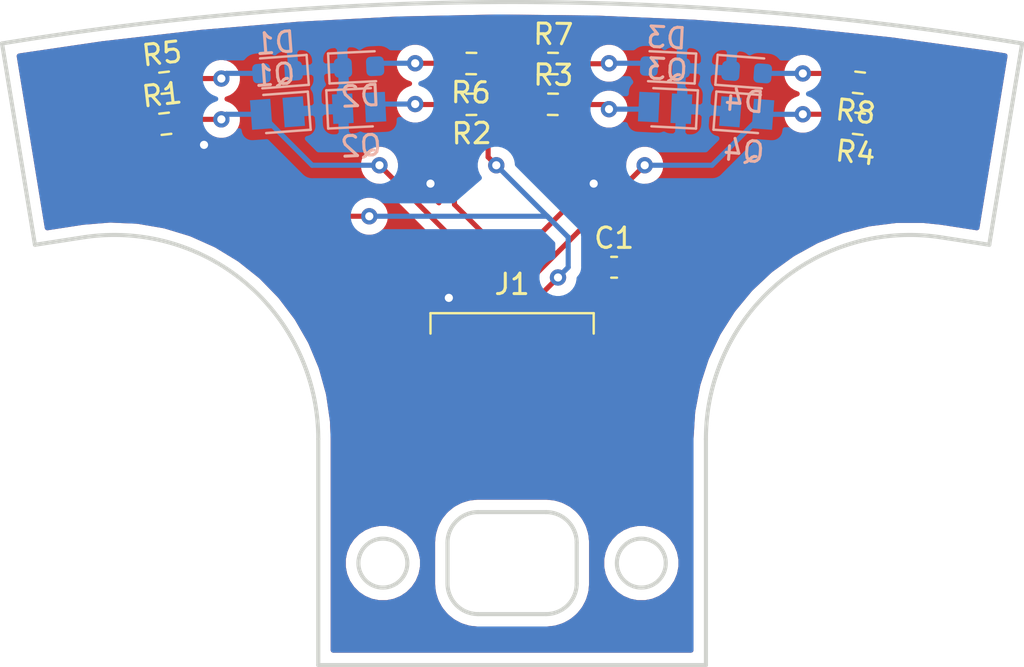
<source format=kicad_pcb>
(kicad_pcb (version 20171130) (host pcbnew "(5.1.10)-1")

  (general
    (thickness 1.6)
    (drawings 20)
    (tracks 96)
    (zones 0)
    (modules 18)
    (nets 11)
  )

  (page A4)
  (layers
    (0 F.Cu signal)
    (31 B.Cu signal)
    (32 B.Adhes user)
    (33 F.Adhes user)
    (34 B.Paste user)
    (35 F.Paste user)
    (36 B.SilkS user)
    (37 F.SilkS user)
    (38 B.Mask user)
    (39 F.Mask user)
    (40 Dwgs.User user)
    (41 Cmts.User user)
    (42 Eco1.User user)
    (43 Eco2.User user)
    (44 Edge.Cuts user)
    (45 Margin user)
    (46 B.CrtYd user)
    (47 F.CrtYd user)
    (48 B.Fab user)
    (49 F.Fab user)
  )

  (setup
    (last_trace_width 0.5)
    (user_trace_width 0.3)
    (user_trace_width 0.5)
    (trace_clearance 0.2)
    (zone_clearance 0.508)
    (zone_45_only no)
    (trace_min 0.2)
    (via_size 0.8)
    (via_drill 0.4)
    (via_min_size 0.4)
    (via_min_drill 0.3)
    (uvia_size 0.3)
    (uvia_drill 0.1)
    (uvias_allowed no)
    (uvia_min_size 0.2)
    (uvia_min_drill 0.1)
    (edge_width 0.05)
    (segment_width 0.2)
    (pcb_text_width 0.3)
    (pcb_text_size 1.5 1.5)
    (mod_edge_width 0.12)
    (mod_text_size 1 1)
    (mod_text_width 0.15)
    (pad_size 1.65 1.3)
    (pad_drill 0)
    (pad_to_mask_clearance 0)
    (aux_axis_origin 0 0)
    (visible_elements 7FFBFFFF)
    (pcbplotparams
      (layerselection 0x010fc_ffffffff)
      (usegerberextensions false)
      (usegerberattributes true)
      (usegerberadvancedattributes true)
      (creategerberjobfile true)
      (excludeedgelayer true)
      (linewidth 0.100000)
      (plotframeref false)
      (viasonmask false)
      (mode 1)
      (useauxorigin false)
      (hpglpennumber 1)
      (hpglpenspeed 20)
      (hpglpendiameter 15.000000)
      (psnegative false)
      (psa4output false)
      (plotreference true)
      (plotvalue true)
      (plotinvisibletext false)
      (padsonsilk false)
      (subtractmaskfromsilk false)
      (outputformat 1)
      (mirror false)
      (drillshape 1)
      (scaleselection 1)
      (outputdirectory ""))
  )

  (net 0 "")
  (net 1 +3V3)
  (net 2 GND)
  (net 3 "Net-(D1-Pad2)")
  (net 4 "Net-(D2-Pad2)")
  (net 5 "Net-(D3-Pad2)")
  (net 6 "Net-(D4-Pad2)")
  (net 7 "Net-(J1-Pad2)")
  (net 8 "Net-(J1-Pad3)")
  (net 9 "Net-(J1-Pad4)")
  (net 10 "Net-(J1-Pad5)")

  (net_class Default "This is the default net class."
    (clearance 0.2)
    (trace_width 0.25)
    (via_dia 0.8)
    (via_drill 0.4)
    (uvia_dia 0.3)
    (uvia_drill 0.1)
    (add_net +3V3)
    (add_net GND)
    (add_net "Net-(D1-Pad2)")
    (add_net "Net-(D2-Pad2)")
    (add_net "Net-(D3-Pad2)")
    (add_net "Net-(D4-Pad2)")
    (add_net "Net-(J1-Pad2)")
    (add_net "Net-(J1-Pad3)")
    (add_net "Net-(J1-Pad4)")
    (add_net "Net-(J1-Pad5)")
  )

  (module Capacitor_SMD:C_0603_1608Metric (layer F.Cu) (tedit 5F68FEEE) (tstamp 61F6FFF5)
    (at 5 -142)
    (descr "Capacitor SMD 0603 (1608 Metric), square (rectangular) end terminal, IPC_7351 nominal, (Body size source: IPC-SM-782 page 76, https://www.pcb-3d.com/wordpress/wp-content/uploads/ipc-sm-782a_amendment_1_and_2.pdf), generated with kicad-footprint-generator")
    (tags capacitor)
    (path /61F65727)
    (attr smd)
    (fp_text reference C1 (at 0 -1.43) (layer F.SilkS)
      (effects (font (size 1 1) (thickness 0.15)))
    )
    (fp_text value 0.1u (at 0 1.43) (layer F.Fab)
      (effects (font (size 1 1) (thickness 0.15)))
    )
    (fp_line (start -0.8 0.4) (end -0.8 -0.4) (layer F.Fab) (width 0.1))
    (fp_line (start -0.8 -0.4) (end 0.8 -0.4) (layer F.Fab) (width 0.1))
    (fp_line (start 0.8 -0.4) (end 0.8 0.4) (layer F.Fab) (width 0.1))
    (fp_line (start 0.8 0.4) (end -0.8 0.4) (layer F.Fab) (width 0.1))
    (fp_line (start -0.14058 -0.51) (end 0.14058 -0.51) (layer F.SilkS) (width 0.12))
    (fp_line (start -0.14058 0.51) (end 0.14058 0.51) (layer F.SilkS) (width 0.12))
    (fp_line (start -1.48 0.73) (end -1.48 -0.73) (layer F.CrtYd) (width 0.05))
    (fp_line (start -1.48 -0.73) (end 1.48 -0.73) (layer F.CrtYd) (width 0.05))
    (fp_line (start 1.48 -0.73) (end 1.48 0.73) (layer F.CrtYd) (width 0.05))
    (fp_line (start 1.48 0.73) (end -1.48 0.73) (layer F.CrtYd) (width 0.05))
    (fp_text user %R (at 0 0) (layer F.Fab)
      (effects (font (size 0.4 0.4) (thickness 0.06)))
    )
    (pad 1 smd roundrect (at -0.775 0) (size 0.9 0.95) (layers F.Cu F.Paste F.Mask) (roundrect_rratio 0.25)
      (net 1 +3V3))
    (pad 2 smd roundrect (at 0.775 0) (size 0.9 0.95) (layers F.Cu F.Paste F.Mask) (roundrect_rratio 0.25)
      (net 2 GND))
    (model ${KISYS3DMOD}/Capacitor_SMD.3dshapes/C_0603_1608Metric.wrl
      (at (xyz 0 0 0))
      (scale (xyz 1 1 1))
      (rotate (xyz 0 0 0))
    )
  )

  (module Diode_SMD:D_0603_1608Metric (layer B.Cu) (tedit 5F68FEF0) (tstamp 61F6FE41)
    (at -11.5 -151.564 184.3)
    (descr "Diode SMD 0603 (1608 Metric), square (rectangular) end terminal, IPC_7351 nominal, (Body size source: http://www.tortai-tech.com/upload/download/2011102023233369053.pdf), generated with kicad-footprint-generator")
    (tags diode)
    (path /61F65672)
    (attr smd)
    (fp_text reference D1 (at 0 1.43 4.3) (layer B.SilkS)
      (effects (font (size 1 1) (thickness 0.15)) (justify mirror))
    )
    (fp_text value SIR19-21C/TR8 (at 0 -1.43 4.3) (layer B.Fab)
      (effects (font (size 1 1) (thickness 0.15)) (justify mirror))
    )
    (fp_line (start 1.48 -0.73) (end -1.48 -0.73) (layer B.CrtYd) (width 0.05))
    (fp_line (start 1.48 0.73) (end 1.48 -0.73) (layer B.CrtYd) (width 0.05))
    (fp_line (start -1.48 0.73) (end 1.48 0.73) (layer B.CrtYd) (width 0.05))
    (fp_line (start -1.48 -0.73) (end -1.48 0.73) (layer B.CrtYd) (width 0.05))
    (fp_line (start -1.485 -0.735) (end 0.8 -0.735) (layer B.SilkS) (width 0.12))
    (fp_line (start -1.485 0.735) (end -1.485 -0.735) (layer B.SilkS) (width 0.12))
    (fp_line (start 0.8 0.735) (end -1.485 0.735) (layer B.SilkS) (width 0.12))
    (fp_line (start 0.8 -0.4) (end 0.8 0.4) (layer B.Fab) (width 0.1))
    (fp_line (start -0.8 -0.4) (end 0.8 -0.4) (layer B.Fab) (width 0.1))
    (fp_line (start -0.8 0.1) (end -0.8 -0.4) (layer B.Fab) (width 0.1))
    (fp_line (start -0.5 0.4) (end -0.8 0.1) (layer B.Fab) (width 0.1))
    (fp_line (start 0.8 0.4) (end -0.5 0.4) (layer B.Fab) (width 0.1))
    (fp_text user %R (at 0 0 4.3) (layer B.Fab)
      (effects (font (size 0.4 0.4) (thickness 0.06)) (justify mirror))
    )
    (pad 2 smd roundrect (at 0.7875 0 184.3) (size 0.875 0.95) (layers B.Cu B.Paste B.Mask) (roundrect_rratio 0.25)
      (net 3 "Net-(D1-Pad2)"))
    (pad 1 smd roundrect (at -0.7875 0 184.3) (size 0.875 0.95) (layers B.Cu B.Paste B.Mask) (roundrect_rratio 0.25)
      (net 2 GND))
    (model ${KISYS3DMOD}/Diode_SMD.3dshapes/D_0603_1608Metric.wrl
      (at (xyz 0 0 0))
      (scale (xyz 1 1 1))
      (rotate (xyz 0 0 0))
    )
  )

  (module Diode_SMD:D_0603_1608Metric (layer B.Cu) (tedit 5F68FEF0) (tstamp 61F917DA)
    (at -7.5 -151.815 2.8)
    (descr "Diode SMD 0603 (1608 Metric), square (rectangular) end terminal, IPC_7351 nominal, (Body size source: http://www.tortai-tech.com/upload/download/2011102023233369053.pdf), generated with kicad-footprint-generator")
    (tags diode)
    (path /61F6569A)
    (attr smd)
    (fp_text reference D2 (at 0 1.43 182.8) (layer B.SilkS)
      (effects (font (size 1 1) (thickness 0.15)) (justify mirror))
    )
    (fp_text value SIR19-21C/TR8 (at 0 -1.43 182.8) (layer B.Fab)
      (effects (font (size 1 1) (thickness 0.15)) (justify mirror))
    )
    (fp_line (start 0.8 0.4) (end -0.5 0.4) (layer B.Fab) (width 0.1))
    (fp_line (start -0.5 0.4) (end -0.8 0.1) (layer B.Fab) (width 0.1))
    (fp_line (start -0.8 0.1) (end -0.8 -0.4) (layer B.Fab) (width 0.1))
    (fp_line (start -0.8 -0.4) (end 0.8 -0.4) (layer B.Fab) (width 0.1))
    (fp_line (start 0.8 -0.4) (end 0.8 0.4) (layer B.Fab) (width 0.1))
    (fp_line (start 0.8 0.735) (end -1.485 0.735) (layer B.SilkS) (width 0.12))
    (fp_line (start -1.485 0.735) (end -1.485 -0.735) (layer B.SilkS) (width 0.12))
    (fp_line (start -1.485 -0.735) (end 0.8 -0.735) (layer B.SilkS) (width 0.12))
    (fp_line (start -1.48 -0.73) (end -1.48 0.73) (layer B.CrtYd) (width 0.05))
    (fp_line (start -1.48 0.73) (end 1.48 0.73) (layer B.CrtYd) (width 0.05))
    (fp_line (start 1.48 0.73) (end 1.48 -0.73) (layer B.CrtYd) (width 0.05))
    (fp_line (start 1.48 -0.73) (end -1.48 -0.73) (layer B.CrtYd) (width 0.05))
    (fp_text user %R (at 0 0 182.8) (layer B.Fab)
      (effects (font (size 0.4 0.4) (thickness 0.06)) (justify mirror))
    )
    (pad 1 smd roundrect (at -0.7875 0 2.8) (size 0.875 0.95) (layers B.Cu B.Paste B.Mask) (roundrect_rratio 0.25)
      (net 2 GND))
    (pad 2 smd roundrect (at 0.7875 0 2.8) (size 0.875 0.95) (layers B.Cu B.Paste B.Mask) (roundrect_rratio 0.25)
      (net 4 "Net-(D2-Pad2)"))
    (model ${KISYS3DMOD}/Diode_SMD.3dshapes/D_0603_1608Metric.wrl
      (at (xyz 0 0 0))
      (scale (xyz 1 1 1))
      (rotate (xyz 0 0 0))
    )
  )

  (module Diode_SMD:D_0603_1608Metric (layer B.Cu) (tedit 5F68FEF0) (tstamp 61F70117)
    (at 7.5 -151.815 177.1)
    (descr "Diode SMD 0603 (1608 Metric), square (rectangular) end terminal, IPC_7351 nominal, (Body size source: http://www.tortai-tech.com/upload/download/2011102023233369053.pdf), generated with kicad-footprint-generator")
    (tags diode)
    (path /61F656C2)
    (attr smd)
    (fp_text reference D3 (at 0 1.43 177.1) (layer B.SilkS)
      (effects (font (size 1 1) (thickness 0.15)) (justify mirror))
    )
    (fp_text value SIR19-21C/TR8 (at 0 -1.43 177.1) (layer B.Fab)
      (effects (font (size 1 1) (thickness 0.15)) (justify mirror))
    )
    (fp_line (start 1.48 -0.73) (end -1.48 -0.73) (layer B.CrtYd) (width 0.05))
    (fp_line (start 1.48 0.73) (end 1.48 -0.73) (layer B.CrtYd) (width 0.05))
    (fp_line (start -1.48 0.73) (end 1.48 0.73) (layer B.CrtYd) (width 0.05))
    (fp_line (start -1.48 -0.73) (end -1.48 0.73) (layer B.CrtYd) (width 0.05))
    (fp_line (start -1.485 -0.735) (end 0.8 -0.735) (layer B.SilkS) (width 0.12))
    (fp_line (start -1.485 0.735) (end -1.485 -0.735) (layer B.SilkS) (width 0.12))
    (fp_line (start 0.8 0.735) (end -1.485 0.735) (layer B.SilkS) (width 0.12))
    (fp_line (start 0.8 -0.4) (end 0.8 0.4) (layer B.Fab) (width 0.1))
    (fp_line (start -0.8 -0.4) (end 0.8 -0.4) (layer B.Fab) (width 0.1))
    (fp_line (start -0.8 0.1) (end -0.8 -0.4) (layer B.Fab) (width 0.1))
    (fp_line (start -0.5 0.4) (end -0.8 0.1) (layer B.Fab) (width 0.1))
    (fp_line (start 0.8 0.4) (end -0.5 0.4) (layer B.Fab) (width 0.1))
    (fp_text user %R (at 0 0 177.1) (layer B.Fab)
      (effects (font (size 0.4 0.4) (thickness 0.06)) (justify mirror))
    )
    (pad 2 smd roundrect (at 0.7875 0 177.1) (size 0.875 0.95) (layers B.Cu B.Paste B.Mask) (roundrect_rratio 0.25)
      (net 5 "Net-(D3-Pad2)"))
    (pad 1 smd roundrect (at -0.7875 0 177.1) (size 0.875 0.95) (layers B.Cu B.Paste B.Mask) (roundrect_rratio 0.25)
      (net 2 GND))
    (model ${KISYS3DMOD}/Diode_SMD.3dshapes/D_0603_1608Metric.wrl
      (at (xyz 0 0 0))
      (scale (xyz 1 1 1))
      (rotate (xyz 0 0 0))
    )
  )

  (module Diode_SMD:D_0603_1608Metric (layer B.Cu) (tedit 5F68FEF0) (tstamp 61F70986)
    (at 11.5 -151.564 355.6)
    (descr "Diode SMD 0603 (1608 Metric), square (rectangular) end terminal, IPC_7351 nominal, (Body size source: http://www.tortai-tech.com/upload/download/2011102023233369053.pdf), generated with kicad-footprint-generator")
    (tags diode)
    (path /61F656EA)
    (attr smd)
    (fp_text reference D4 (at 0 1.43 175.6) (layer B.SilkS)
      (effects (font (size 1 1) (thickness 0.15)) (justify mirror))
    )
    (fp_text value SIR19-21C/TR8 (at 0 -1.43 175.6) (layer B.Fab)
      (effects (font (size 1 1) (thickness 0.15)) (justify mirror))
    )
    (fp_line (start 0.8 0.4) (end -0.5 0.4) (layer B.Fab) (width 0.1))
    (fp_line (start -0.5 0.4) (end -0.8 0.1) (layer B.Fab) (width 0.1))
    (fp_line (start -0.8 0.1) (end -0.8 -0.4) (layer B.Fab) (width 0.1))
    (fp_line (start -0.8 -0.4) (end 0.8 -0.4) (layer B.Fab) (width 0.1))
    (fp_line (start 0.8 -0.4) (end 0.8 0.4) (layer B.Fab) (width 0.1))
    (fp_line (start 0.8 0.735) (end -1.485 0.735) (layer B.SilkS) (width 0.12))
    (fp_line (start -1.485 0.735) (end -1.485 -0.735) (layer B.SilkS) (width 0.12))
    (fp_line (start -1.485 -0.735) (end 0.8 -0.735) (layer B.SilkS) (width 0.12))
    (fp_line (start -1.48 -0.73) (end -1.48 0.73) (layer B.CrtYd) (width 0.05))
    (fp_line (start -1.48 0.73) (end 1.48 0.73) (layer B.CrtYd) (width 0.05))
    (fp_line (start 1.48 0.73) (end 1.48 -0.73) (layer B.CrtYd) (width 0.05))
    (fp_line (start 1.48 -0.73) (end -1.48 -0.73) (layer B.CrtYd) (width 0.05))
    (fp_text user %R (at 0 0 175.6) (layer B.Fab)
      (effects (font (size 0.4 0.4) (thickness 0.06)) (justify mirror))
    )
    (pad 1 smd roundrect (at -0.7875 0 355.6) (size 0.875 0.95) (layers B.Cu B.Paste B.Mask) (roundrect_rratio 0.25)
      (net 2 GND))
    (pad 2 smd roundrect (at 0.7875 0 355.6) (size 0.875 0.95) (layers B.Cu B.Paste B.Mask) (roundrect_rratio 0.25)
      (net 6 "Net-(D4-Pad2)"))
    (model ${KISYS3DMOD}/Diode_SMD.3dshapes/D_0603_1608Metric.wrl
      (at (xyz 0 0 0))
      (scale (xyz 1 1 1))
      (rotate (xyz 0 0 0))
    )
  )

  (module FFC:Molex_0545480671_01x06_P0.5mm (layer F.Cu) (tedit 61FC2FF1) (tstamp 61F70047)
    (at 0 -138)
    (path /61F6570C)
    (attr smd)
    (fp_text reference J1 (at 0 -3.16667) (layer F.SilkS)
      (effects (font (size 1 1) (thickness 0.15)))
    )
    (fp_text value FFC6 (at 0 1.583335) (layer F.Fab)
      (effects (font (size 1 1) (thickness 0.15)))
    )
    (fp_line (start 4 -0.75) (end 4 -1.75) (layer F.SilkS) (width 0.12))
    (fp_line (start 4 -1.75) (end -4 -1.75) (layer F.SilkS) (width 0.12))
    (fp_line (start -4 -1.75) (end -4 -0.75) (layer F.SilkS) (width 0.12))
    (pad MP smd rect (at -3.525 0) (size 1.65 1.3) (layers F.Cu F.Paste F.Mask)
      (net 2 GND))
    (pad MP smd rect (at 3.525 0) (size 1.65 1.3) (layers F.Cu F.Paste F.Mask)
      (net 2 GND))
    (pad 1 smd rect (at -1.25 -2 90) (size 1 0.3) (layers F.Cu F.Paste F.Mask)
      (net 2 GND))
    (pad 2 smd rect (at -0.75 -2 90) (size 1 0.3) (layers F.Cu F.Paste F.Mask)
      (net 7 "Net-(J1-Pad2)"))
    (pad 3 smd rect (at -0.25 -2 90) (size 1 0.3) (layers F.Cu F.Paste F.Mask)
      (net 8 "Net-(J1-Pad3)"))
    (pad 4 smd rect (at 0.25 -2 90) (size 1 0.3) (layers F.Cu F.Paste F.Mask)
      (net 9 "Net-(J1-Pad4)"))
    (pad 5 smd rect (at 0.75 -2 90) (size 1 0.3) (layers F.Cu F.Paste F.Mask)
      (net 10 "Net-(J1-Pad5)"))
    (pad 6 smd rect (at 1.25 -2 90) (size 1 0.3) (layers F.Cu F.Paste F.Mask)
      (net 1 +3V3))
  )

  (module TEMT7100X01:TEMT7100X01 (layer B.Cu) (tedit 61E142E7) (tstamp 61F70021)
    (at -11.5 -149.559 4.3)
    (path /61F6566C)
    (attr smd)
    (fp_text reference Q1 (at 0 -1.875 184.3) (layer B.SilkS)
      (effects (font (size 1 1) (thickness 0.15)) (justify mirror))
    )
    (fp_text value TEMT7100X01 (at 0 1.875 184.3) (layer B.Fab)
      (effects (font (size 1 1) (thickness 0.15)) (justify mirror))
    )
    (fp_line (start 0.82 0.625) (end -0.82 0.625) (layer B.CrtYd) (width 0.12))
    (fp_line (start 0.82 -0.625) (end 0.82 0.625) (layer B.CrtYd) (width 0.12))
    (fp_line (start -0.82 -0.625) (end 0.82 -0.625) (layer B.CrtYd) (width 0.12))
    (fp_line (start -0.82 0.625) (end -0.82 -0.625) (layer B.CrtYd) (width 0.12))
    (fp_line (start -0.625 0.9375) (end 1.5625 0.9375) (layer B.SilkS) (width 0.12))
    (fp_line (start 1.5625 0.9375) (end 1.5625 -0.9375) (layer B.SilkS) (width 0.12))
    (fp_line (start 1.5625 -0.9375) (end -0.625 -0.9375) (layer B.SilkS) (width 0.12))
    (pad 2 smd rect (at 0.8 0 4.3) (size 1 1.45) (layers B.Cu B.Paste B.Mask)
      (net 2 GND))
    (pad 1 smd rect (at -0.8 0 4.3) (size 1 1.45) (layers B.Cu B.Paste B.Mask)
      (net 7 "Net-(J1-Pad2)"))
    (model ${GITLOCAL}/module/packages3d/TEMT7100X01.3dshapes/TEMT7100X01.step
      (at (xyz 0 0 0))
      (scale (xyz 1 1 1))
      (rotate (xyz 0 0 0))
    )
  )

  (module TEMT7100X01:TEMT7100X01 (layer B.Cu) (tedit 61E142E7) (tstamp 61F700B7)
    (at -7.5 -149.812 182.8)
    (path /61F65694)
    (attr smd)
    (fp_text reference Q2 (at 0 -1.875 182.8) (layer B.SilkS)
      (effects (font (size 1 1) (thickness 0.15)) (justify mirror))
    )
    (fp_text value TEMT7100X01 (at 0 1.875 182.8) (layer B.Fab)
      (effects (font (size 1 1) (thickness 0.15)) (justify mirror))
    )
    (fp_line (start 1.5625 -0.9375) (end -0.625 -0.9375) (layer B.SilkS) (width 0.12))
    (fp_line (start 1.5625 0.9375) (end 1.5625 -0.9375) (layer B.SilkS) (width 0.12))
    (fp_line (start -0.625 0.9375) (end 1.5625 0.9375) (layer B.SilkS) (width 0.12))
    (fp_line (start -0.82 0.625) (end -0.82 -0.625) (layer B.CrtYd) (width 0.12))
    (fp_line (start -0.82 -0.625) (end 0.82 -0.625) (layer B.CrtYd) (width 0.12))
    (fp_line (start 0.82 -0.625) (end 0.82 0.625) (layer B.CrtYd) (width 0.12))
    (fp_line (start 0.82 0.625) (end -0.82 0.625) (layer B.CrtYd) (width 0.12))
    (pad 1 smd rect (at -0.8 0 182.8) (size 1 1.45) (layers B.Cu B.Paste B.Mask)
      (net 8 "Net-(J1-Pad3)"))
    (pad 2 smd rect (at 0.8 0 182.8) (size 1 1.45) (layers B.Cu B.Paste B.Mask)
      (net 2 GND))
    (model ${GITLOCAL}/module/packages3d/TEMT7100X01.3dshapes/TEMT7100X01.step
      (at (xyz 0 0 0))
      (scale (xyz 1 1 1))
      (rotate (xyz 0 0 0))
    )
  )

  (module TEMT7100X01:TEMT7100X01 (layer B.Cu) (tedit 61E142E7) (tstamp 61F70093)
    (at 7.5 -149.812 357.1)
    (path /61F656BC)
    (attr smd)
    (fp_text reference Q3 (at 0 -1.875 357.1) (layer B.SilkS)
      (effects (font (size 1 1) (thickness 0.15)) (justify mirror))
    )
    (fp_text value TEMT7100X01 (at 0 1.875 357.1) (layer B.Fab)
      (effects (font (size 1 1) (thickness 0.15)) (justify mirror))
    )
    (fp_line (start 0.82 0.625) (end -0.82 0.625) (layer B.CrtYd) (width 0.12))
    (fp_line (start 0.82 -0.625) (end 0.82 0.625) (layer B.CrtYd) (width 0.12))
    (fp_line (start -0.82 -0.625) (end 0.82 -0.625) (layer B.CrtYd) (width 0.12))
    (fp_line (start -0.82 0.625) (end -0.82 -0.625) (layer B.CrtYd) (width 0.12))
    (fp_line (start -0.625 0.9375) (end 1.5625 0.9375) (layer B.SilkS) (width 0.12))
    (fp_line (start 1.5625 0.9375) (end 1.5625 -0.9375) (layer B.SilkS) (width 0.12))
    (fp_line (start 1.5625 -0.9375) (end -0.625 -0.9375) (layer B.SilkS) (width 0.12))
    (pad 2 smd rect (at 0.8 0 357.1) (size 1 1.45) (layers B.Cu B.Paste B.Mask)
      (net 2 GND))
    (pad 1 smd rect (at -0.8 0 357.1) (size 1 1.45) (layers B.Cu B.Paste B.Mask)
      (net 9 "Net-(J1-Pad4)"))
    (model ${GITLOCAL}/module/packages3d/TEMT7100X01.3dshapes/TEMT7100X01.step
      (at (xyz 0 0 0))
      (scale (xyz 1 1 1))
      (rotate (xyz 0 0 0))
    )
  )

  (module TEMT7100X01:TEMT7100X01 (layer B.Cu) (tedit 61E142E7) (tstamp 61F7006F)
    (at 11.5 -149.559 175.6)
    (path /61F656E4)
    (attr smd)
    (fp_text reference Q4 (at 0 -1.875 355.6) (layer B.SilkS)
      (effects (font (size 1 1) (thickness 0.15)) (justify mirror))
    )
    (fp_text value TEMT7100X01 (at 0 1.875 355.6) (layer B.Fab)
      (effects (font (size 1 1) (thickness 0.15)) (justify mirror))
    )
    (fp_line (start 1.5625 -0.9375) (end -0.625 -0.9375) (layer B.SilkS) (width 0.12))
    (fp_line (start 1.5625 0.9375) (end 1.5625 -0.9375) (layer B.SilkS) (width 0.12))
    (fp_line (start -0.625 0.9375) (end 1.5625 0.9375) (layer B.SilkS) (width 0.12))
    (fp_line (start -0.82 0.625) (end -0.82 -0.625) (layer B.CrtYd) (width 0.12))
    (fp_line (start -0.82 -0.625) (end 0.82 -0.625) (layer B.CrtYd) (width 0.12))
    (fp_line (start 0.82 -0.625) (end 0.82 0.625) (layer B.CrtYd) (width 0.12))
    (fp_line (start 0.82 0.625) (end -0.82 0.625) (layer B.CrtYd) (width 0.12))
    (pad 1 smd rect (at -0.8 0 175.6) (size 1 1.45) (layers B.Cu B.Paste B.Mask)
      (net 10 "Net-(J1-Pad5)"))
    (pad 2 smd rect (at 0.8 0 175.6) (size 1 1.45) (layers B.Cu B.Paste B.Mask)
      (net 2 GND))
    (model ${GITLOCAL}/module/packages3d/TEMT7100X01.3dshapes/TEMT7100X01.step
      (at (xyz 0 0 0))
      (scale (xyz 1 1 1))
      (rotate (xyz 0 0 0))
    )
  )

  (module Resistor_SMD:R_0603_1608Metric (layer F.Cu) (tedit 5F68FEEE) (tstamp 61F6FF05)
    (at -17 -149.034 6.5)
    (descr "Resistor SMD 0603 (1608 Metric), square (rectangular) end terminal, IPC_7351 nominal, (Body size source: IPC-SM-782 page 72, https://www.pcb-3d.com/wordpress/wp-content/uploads/ipc-sm-782a_amendment_1_and_2.pdf), generated with kicad-footprint-generator")
    (tags resistor)
    (path /61F6573B)
    (attr smd)
    (fp_text reference R1 (at 0 -1.43 6.5) (layer F.SilkS)
      (effects (font (size 1 1) (thickness 0.15)))
    )
    (fp_text value 10k (at 0 1.43 6.5) (layer F.Fab)
      (effects (font (size 1 1) (thickness 0.15)))
    )
    (fp_line (start -0.8 0.4125) (end -0.8 -0.4125) (layer F.Fab) (width 0.1))
    (fp_line (start -0.8 -0.4125) (end 0.8 -0.4125) (layer F.Fab) (width 0.1))
    (fp_line (start 0.8 -0.4125) (end 0.8 0.4125) (layer F.Fab) (width 0.1))
    (fp_line (start 0.8 0.4125) (end -0.8 0.4125) (layer F.Fab) (width 0.1))
    (fp_line (start -0.237258 -0.5225) (end 0.237258 -0.5225) (layer F.SilkS) (width 0.12))
    (fp_line (start -0.237258 0.5225) (end 0.237258 0.5225) (layer F.SilkS) (width 0.12))
    (fp_line (start -1.48 0.73) (end -1.48 -0.73) (layer F.CrtYd) (width 0.05))
    (fp_line (start -1.48 -0.73) (end 1.48 -0.73) (layer F.CrtYd) (width 0.05))
    (fp_line (start 1.48 -0.73) (end 1.48 0.73) (layer F.CrtYd) (width 0.05))
    (fp_line (start 1.48 0.73) (end -1.48 0.73) (layer F.CrtYd) (width 0.05))
    (fp_text user %R (at 0 0 6.5) (layer F.Fab)
      (effects (font (size 0.4 0.4) (thickness 0.06)))
    )
    (pad 1 smd roundrect (at -0.825 0 6.5) (size 0.8 0.95) (layers F.Cu F.Paste F.Mask) (roundrect_rratio 0.25)
      (net 1 +3V3))
    (pad 2 smd roundrect (at 0.825 0 6.5) (size 0.8 0.95) (layers F.Cu F.Paste F.Mask) (roundrect_rratio 0.25)
      (net 7 "Net-(J1-Pad2)"))
    (model ${KISYS3DMOD}/Resistor_SMD.3dshapes/R_0603_1608Metric.wrl
      (at (xyz 0 0 0))
      (scale (xyz 1 1 1))
      (rotate (xyz 0 0 0))
    )
  )

  (module Resistor_SMD:R_0603_1608Metric (layer F.Cu) (tedit 5F68FEEE) (tstamp 61F6FED5)
    (at -2 -149.987 180.7)
    (descr "Resistor SMD 0603 (1608 Metric), square (rectangular) end terminal, IPC_7351 nominal, (Body size source: IPC-SM-782 page 72, https://www.pcb-3d.com/wordpress/wp-content/uploads/ipc-sm-782a_amendment_1_and_2.pdf), generated with kicad-footprint-generator")
    (tags resistor)
    (path /61F6574A)
    (attr smd)
    (fp_text reference R2 (at 0 -1.43 0.7) (layer F.SilkS)
      (effects (font (size 1 1) (thickness 0.15)))
    )
    (fp_text value 10k (at 0 1.43 0.7) (layer F.Fab)
      (effects (font (size 1 1) (thickness 0.15)))
    )
    (fp_line (start -0.8 0.4125) (end -0.8 -0.4125) (layer F.Fab) (width 0.1))
    (fp_line (start -0.8 -0.4125) (end 0.8 -0.4125) (layer F.Fab) (width 0.1))
    (fp_line (start 0.8 -0.4125) (end 0.8 0.4125) (layer F.Fab) (width 0.1))
    (fp_line (start 0.8 0.4125) (end -0.8 0.4125) (layer F.Fab) (width 0.1))
    (fp_line (start -0.237258 -0.5225) (end 0.237258 -0.5225) (layer F.SilkS) (width 0.12))
    (fp_line (start -0.237258 0.5225) (end 0.237258 0.5225) (layer F.SilkS) (width 0.12))
    (fp_line (start -1.48 0.73) (end -1.48 -0.73) (layer F.CrtYd) (width 0.05))
    (fp_line (start -1.48 -0.73) (end 1.48 -0.73) (layer F.CrtYd) (width 0.05))
    (fp_line (start 1.48 -0.73) (end 1.48 0.73) (layer F.CrtYd) (width 0.05))
    (fp_line (start 1.48 0.73) (end -1.48 0.73) (layer F.CrtYd) (width 0.05))
    (fp_text user %R (at 0 0 0.7) (layer F.Fab)
      (effects (font (size 0.4 0.4) (thickness 0.06)))
    )
    (pad 1 smd roundrect (at -0.825 0 180.7) (size 0.8 0.95) (layers F.Cu F.Paste F.Mask) (roundrect_rratio 0.25)
      (net 1 +3V3))
    (pad 2 smd roundrect (at 0.825 0 180.7) (size 0.8 0.95) (layers F.Cu F.Paste F.Mask) (roundrect_rratio 0.25)
      (net 8 "Net-(J1-Pad3)"))
    (model ${KISYS3DMOD}/Resistor_SMD.3dshapes/R_0603_1608Metric.wrl
      (at (xyz 0 0 0))
      (scale (xyz 1 1 1))
      (rotate (xyz 0 0 0))
    )
  )

  (module Resistor_SMD:R_0603_1608Metric (layer F.Cu) (tedit 5F68FEEE) (tstamp 61F70A2C)
    (at 2 -149.987 359.2)
    (descr "Resistor SMD 0603 (1608 Metric), square (rectangular) end terminal, IPC_7351 nominal, (Body size source: IPC-SM-782 page 72, https://www.pcb-3d.com/wordpress/wp-content/uploads/ipc-sm-782a_amendment_1_and_2.pdf), generated with kicad-footprint-generator")
    (tags resistor)
    (path /61F65757)
    (attr smd)
    (fp_text reference R3 (at 0 -1.43 179.2) (layer F.SilkS)
      (effects (font (size 1 1) (thickness 0.15)))
    )
    (fp_text value 10k (at 0 1.43 179.2) (layer F.Fab)
      (effects (font (size 1 1) (thickness 0.15)))
    )
    (fp_line (start 1.48 0.73) (end -1.48 0.73) (layer F.CrtYd) (width 0.05))
    (fp_line (start 1.48 -0.73) (end 1.48 0.73) (layer F.CrtYd) (width 0.05))
    (fp_line (start -1.48 -0.73) (end 1.48 -0.73) (layer F.CrtYd) (width 0.05))
    (fp_line (start -1.48 0.73) (end -1.48 -0.73) (layer F.CrtYd) (width 0.05))
    (fp_line (start -0.237258 0.5225) (end 0.237258 0.5225) (layer F.SilkS) (width 0.12))
    (fp_line (start -0.237258 -0.5225) (end 0.237258 -0.5225) (layer F.SilkS) (width 0.12))
    (fp_line (start 0.8 0.4125) (end -0.8 0.4125) (layer F.Fab) (width 0.1))
    (fp_line (start 0.8 -0.4125) (end 0.8 0.4125) (layer F.Fab) (width 0.1))
    (fp_line (start -0.8 -0.4125) (end 0.8 -0.4125) (layer F.Fab) (width 0.1))
    (fp_line (start -0.8 0.4125) (end -0.8 -0.4125) (layer F.Fab) (width 0.1))
    (fp_text user %R (at 0 0 179.2) (layer F.Fab)
      (effects (font (size 0.4 0.4) (thickness 0.06)))
    )
    (pad 2 smd roundrect (at 0.825 0 359.2) (size 0.8 0.95) (layers F.Cu F.Paste F.Mask) (roundrect_rratio 0.25)
      (net 9 "Net-(J1-Pad4)"))
    (pad 1 smd roundrect (at -0.825 0 359.2) (size 0.8 0.95) (layers F.Cu F.Paste F.Mask) (roundrect_rratio 0.25)
      (net 1 +3V3))
    (model ${KISYS3DMOD}/Resistor_SMD.3dshapes/R_0603_1608Metric.wrl
      (at (xyz 0 0 0))
      (scale (xyz 1 1 1))
      (rotate (xyz 0 0 0))
    )
  )

  (module Resistor_SMD:R_0603_1608Metric (layer F.Cu) (tedit 5F68FEEE) (tstamp 61F6FF35)
    (at 17 -149.034 173.4)
    (descr "Resistor SMD 0603 (1608 Metric), square (rectangular) end terminal, IPC_7351 nominal, (Body size source: IPC-SM-782 page 72, https://www.pcb-3d.com/wordpress/wp-content/uploads/ipc-sm-782a_amendment_1_and_2.pdf), generated with kicad-footprint-generator")
    (tags resistor)
    (path /61F65764)
    (attr smd)
    (fp_text reference R4 (at 0 -1.43 173.4) (layer F.SilkS)
      (effects (font (size 1 1) (thickness 0.15)))
    )
    (fp_text value 10k (at 0 1.43 173.4) (layer F.Fab)
      (effects (font (size 1 1) (thickness 0.15)))
    )
    (fp_line (start -0.8 0.4125) (end -0.8 -0.4125) (layer F.Fab) (width 0.1))
    (fp_line (start -0.8 -0.4125) (end 0.8 -0.4125) (layer F.Fab) (width 0.1))
    (fp_line (start 0.8 -0.4125) (end 0.8 0.4125) (layer F.Fab) (width 0.1))
    (fp_line (start 0.8 0.4125) (end -0.8 0.4125) (layer F.Fab) (width 0.1))
    (fp_line (start -0.237258 -0.5225) (end 0.237258 -0.5225) (layer F.SilkS) (width 0.12))
    (fp_line (start -0.237258 0.5225) (end 0.237258 0.5225) (layer F.SilkS) (width 0.12))
    (fp_line (start -1.48 0.73) (end -1.48 -0.73) (layer F.CrtYd) (width 0.05))
    (fp_line (start -1.48 -0.73) (end 1.48 -0.73) (layer F.CrtYd) (width 0.05))
    (fp_line (start 1.48 -0.73) (end 1.48 0.73) (layer F.CrtYd) (width 0.05))
    (fp_line (start 1.48 0.73) (end -1.48 0.73) (layer F.CrtYd) (width 0.05))
    (fp_text user %R (at 0 0 173.4) (layer F.Fab)
      (effects (font (size 0.4 0.4) (thickness 0.06)))
    )
    (pad 1 smd roundrect (at -0.825 0 173.4) (size 0.8 0.95) (layers F.Cu F.Paste F.Mask) (roundrect_rratio 0.25)
      (net 1 +3V3))
    (pad 2 smd roundrect (at 0.825 0 173.4) (size 0.8 0.95) (layers F.Cu F.Paste F.Mask) (roundrect_rratio 0.25)
      (net 10 "Net-(J1-Pad5)"))
    (model ${KISYS3DMOD}/Resistor_SMD.3dshapes/R_0603_1608Metric.wrl
      (at (xyz 0 0 0))
      (scale (xyz 1 1 1))
      (rotate (xyz 0 0 0))
    )
  )

  (module Resistor_SMD:R_0603_1608Metric (layer F.Cu) (tedit 5F68FEEE) (tstamp 61F6FE75)
    (at -17 -151.046 6.4)
    (descr "Resistor SMD 0603 (1608 Metric), square (rectangular) end terminal, IPC_7351 nominal, (Body size source: IPC-SM-782 page 72, https://www.pcb-3d.com/wordpress/wp-content/uploads/ipc-sm-782a_amendment_1_and_2.pdf), generated with kicad-footprint-generator")
    (tags resistor)
    (path /61F6567E)
    (attr smd)
    (fp_text reference R5 (at 0 -1.43 6.4) (layer F.SilkS)
      (effects (font (size 1 1) (thickness 0.15)))
    )
    (fp_text value 100 (at 0 1.43 6.4) (layer F.Fab)
      (effects (font (size 1 1) (thickness 0.15)))
    )
    (fp_line (start 1.48 0.73) (end -1.48 0.73) (layer F.CrtYd) (width 0.05))
    (fp_line (start 1.48 -0.73) (end 1.48 0.73) (layer F.CrtYd) (width 0.05))
    (fp_line (start -1.48 -0.73) (end 1.48 -0.73) (layer F.CrtYd) (width 0.05))
    (fp_line (start -1.48 0.73) (end -1.48 -0.73) (layer F.CrtYd) (width 0.05))
    (fp_line (start -0.237258 0.5225) (end 0.237258 0.5225) (layer F.SilkS) (width 0.12))
    (fp_line (start -0.237258 -0.5225) (end 0.237258 -0.5225) (layer F.SilkS) (width 0.12))
    (fp_line (start 0.8 0.4125) (end -0.8 0.4125) (layer F.Fab) (width 0.1))
    (fp_line (start 0.8 -0.4125) (end 0.8 0.4125) (layer F.Fab) (width 0.1))
    (fp_line (start -0.8 -0.4125) (end 0.8 -0.4125) (layer F.Fab) (width 0.1))
    (fp_line (start -0.8 0.4125) (end -0.8 -0.4125) (layer F.Fab) (width 0.1))
    (fp_text user %R (at 0 0 6.4) (layer F.Fab)
      (effects (font (size 0.4 0.4) (thickness 0.06)))
    )
    (pad 2 smd roundrect (at 0.825 0 6.4) (size 0.8 0.95) (layers F.Cu F.Paste F.Mask) (roundrect_rratio 0.25)
      (net 3 "Net-(D1-Pad2)"))
    (pad 1 smd roundrect (at -0.825 0 6.4) (size 0.8 0.95) (layers F.Cu F.Paste F.Mask) (roundrect_rratio 0.25)
      (net 1 +3V3))
    (model ${KISYS3DMOD}/Resistor_SMD.3dshapes/R_0603_1608Metric.wrl
      (at (xyz 0 0 0))
      (scale (xyz 1 1 1))
      (rotate (xyz 0 0 0))
    )
  )

  (module Resistor_SMD:R_0603_1608Metric (layer F.Cu) (tedit 5F68FEEE) (tstamp 61F6FEA5)
    (at -2 -151.987 179.2)
    (descr "Resistor SMD 0603 (1608 Metric), square (rectangular) end terminal, IPC_7351 nominal, (Body size source: IPC-SM-782 page 72, https://www.pcb-3d.com/wordpress/wp-content/uploads/ipc-sm-782a_amendment_1_and_2.pdf), generated with kicad-footprint-generator")
    (tags resistor)
    (path /61F656A6)
    (attr smd)
    (fp_text reference R6 (at 0 -1.43 179.2) (layer F.SilkS)
      (effects (font (size 1 1) (thickness 0.15)))
    )
    (fp_text value 100 (at 0 1.43 179.2) (layer F.Fab)
      (effects (font (size 1 1) (thickness 0.15)))
    )
    (fp_line (start -0.8 0.4125) (end -0.8 -0.4125) (layer F.Fab) (width 0.1))
    (fp_line (start -0.8 -0.4125) (end 0.8 -0.4125) (layer F.Fab) (width 0.1))
    (fp_line (start 0.8 -0.4125) (end 0.8 0.4125) (layer F.Fab) (width 0.1))
    (fp_line (start 0.8 0.4125) (end -0.8 0.4125) (layer F.Fab) (width 0.1))
    (fp_line (start -0.237258 -0.5225) (end 0.237258 -0.5225) (layer F.SilkS) (width 0.12))
    (fp_line (start -0.237258 0.5225) (end 0.237258 0.5225) (layer F.SilkS) (width 0.12))
    (fp_line (start -1.48 0.73) (end -1.48 -0.73) (layer F.CrtYd) (width 0.05))
    (fp_line (start -1.48 -0.73) (end 1.48 -0.73) (layer F.CrtYd) (width 0.05))
    (fp_line (start 1.48 -0.73) (end 1.48 0.73) (layer F.CrtYd) (width 0.05))
    (fp_line (start 1.48 0.73) (end -1.48 0.73) (layer F.CrtYd) (width 0.05))
    (fp_text user %R (at 0 0 179.2) (layer F.Fab)
      (effects (font (size 0.4 0.4) (thickness 0.06)))
    )
    (pad 1 smd roundrect (at -0.825 0 179.2) (size 0.8 0.95) (layers F.Cu F.Paste F.Mask) (roundrect_rratio 0.25)
      (net 1 +3V3))
    (pad 2 smd roundrect (at 0.825 0 179.2) (size 0.8 0.95) (layers F.Cu F.Paste F.Mask) (roundrect_rratio 0.25)
      (net 4 "Net-(D2-Pad2)"))
    (model ${KISYS3DMOD}/Resistor_SMD.3dshapes/R_0603_1608Metric.wrl
      (at (xyz 0 0 0))
      (scale (xyz 1 1 1))
      (rotate (xyz 0 0 0))
    )
  )

  (module Resistor_SMD:R_0603_1608Metric (layer F.Cu) (tedit 5F68FEEE) (tstamp 61F6FF65)
    (at 2 -151.987 359.2)
    (descr "Resistor SMD 0603 (1608 Metric), square (rectangular) end terminal, IPC_7351 nominal, (Body size source: IPC-SM-782 page 72, https://www.pcb-3d.com/wordpress/wp-content/uploads/ipc-sm-782a_amendment_1_and_2.pdf), generated with kicad-footprint-generator")
    (tags resistor)
    (path /61F656CE)
    (attr smd)
    (fp_text reference R7 (at 0 -1.43 179.2) (layer F.SilkS)
      (effects (font (size 1 1) (thickness 0.15)))
    )
    (fp_text value 100 (at 0 1.43 179.2) (layer F.Fab)
      (effects (font (size 1 1) (thickness 0.15)))
    )
    (fp_line (start 1.48 0.73) (end -1.48 0.73) (layer F.CrtYd) (width 0.05))
    (fp_line (start 1.48 -0.73) (end 1.48 0.73) (layer F.CrtYd) (width 0.05))
    (fp_line (start -1.48 -0.73) (end 1.48 -0.73) (layer F.CrtYd) (width 0.05))
    (fp_line (start -1.48 0.73) (end -1.48 -0.73) (layer F.CrtYd) (width 0.05))
    (fp_line (start -0.237258 0.5225) (end 0.237258 0.5225) (layer F.SilkS) (width 0.12))
    (fp_line (start -0.237258 -0.5225) (end 0.237258 -0.5225) (layer F.SilkS) (width 0.12))
    (fp_line (start 0.8 0.4125) (end -0.8 0.4125) (layer F.Fab) (width 0.1))
    (fp_line (start 0.8 -0.4125) (end 0.8 0.4125) (layer F.Fab) (width 0.1))
    (fp_line (start -0.8 -0.4125) (end 0.8 -0.4125) (layer F.Fab) (width 0.1))
    (fp_line (start -0.8 0.4125) (end -0.8 -0.4125) (layer F.Fab) (width 0.1))
    (fp_text user %R (at 0 0 179.2) (layer F.Fab)
      (effects (font (size 0.4 0.4) (thickness 0.06)))
    )
    (pad 2 smd roundrect (at 0.825 0 359.2) (size 0.8 0.95) (layers F.Cu F.Paste F.Mask) (roundrect_rratio 0.25)
      (net 5 "Net-(D3-Pad2)"))
    (pad 1 smd roundrect (at -0.825 0 359.2) (size 0.8 0.95) (layers F.Cu F.Paste F.Mask) (roundrect_rratio 0.25)
      (net 1 +3V3))
    (model ${KISYS3DMOD}/Resistor_SMD.3dshapes/R_0603_1608Metric.wrl
      (at (xyz 0 0 0))
      (scale (xyz 1 1 1))
      (rotate (xyz 0 0 0))
    )
  )

  (module Resistor_SMD:R_0603_1608Metric (layer F.Cu) (tedit 5F68FEEE) (tstamp 61F6FF95)
    (at 17 -151.046 173.5)
    (descr "Resistor SMD 0603 (1608 Metric), square (rectangular) end terminal, IPC_7351 nominal, (Body size source: IPC-SM-782 page 72, https://www.pcb-3d.com/wordpress/wp-content/uploads/ipc-sm-782a_amendment_1_and_2.pdf), generated with kicad-footprint-generator")
    (tags resistor)
    (path /61F656F6)
    (attr smd)
    (fp_text reference R8 (at 0 -1.43 173.5) (layer F.SilkS)
      (effects (font (size 1 1) (thickness 0.15)))
    )
    (fp_text value 100 (at 0 1.43 173.5) (layer F.Fab)
      (effects (font (size 1 1) (thickness 0.15)))
    )
    (fp_line (start -0.8 0.4125) (end -0.8 -0.4125) (layer F.Fab) (width 0.1))
    (fp_line (start -0.8 -0.4125) (end 0.8 -0.4125) (layer F.Fab) (width 0.1))
    (fp_line (start 0.8 -0.4125) (end 0.8 0.4125) (layer F.Fab) (width 0.1))
    (fp_line (start 0.8 0.4125) (end -0.8 0.4125) (layer F.Fab) (width 0.1))
    (fp_line (start -0.237258 -0.5225) (end 0.237258 -0.5225) (layer F.SilkS) (width 0.12))
    (fp_line (start -0.237258 0.5225) (end 0.237258 0.5225) (layer F.SilkS) (width 0.12))
    (fp_line (start -1.48 0.73) (end -1.48 -0.73) (layer F.CrtYd) (width 0.05))
    (fp_line (start -1.48 -0.73) (end 1.48 -0.73) (layer F.CrtYd) (width 0.05))
    (fp_line (start 1.48 -0.73) (end 1.48 0.73) (layer F.CrtYd) (width 0.05))
    (fp_line (start 1.48 0.73) (end -1.48 0.73) (layer F.CrtYd) (width 0.05))
    (fp_text user %R (at 0 0 173.5) (layer F.Fab)
      (effects (font (size 0.4 0.4) (thickness 0.06)))
    )
    (pad 1 smd roundrect (at -0.825 0 173.5) (size 0.8 0.95) (layers F.Cu F.Paste F.Mask) (roundrect_rratio 0.25)
      (net 1 +3V3))
    (pad 2 smd roundrect (at 0.825 0 173.5) (size 0.8 0.95) (layers F.Cu F.Paste F.Mask) (roundrect_rratio 0.25)
      (net 6 "Net-(D4-Pad2)"))
    (model ${KISYS3DMOD}/Resistor_SMD.3dshapes/R_0603_1608Metric.wrl
      (at (xyz 0 0 0))
      (scale (xyz 1 1 1))
      (rotate (xyz 0 0 0))
    )
  )

  (gr_circle (center -6.333333 -127.5) (end -5.133333 -127.5) (layer Edge.Cuts) (width 0.2))
  (gr_circle (center 6.333333 -127.5) (end 7.533333 -127.5) (layer Edge.Cuts) (width 0.2))
  (gr_arc (start 1.666666 -126.5) (end 1.666666 -125) (angle -90) (layer Edge.Cuts) (width 0.2))
  (gr_line (start 3.166666 -128.5) (end 3.166666 -126.5) (layer Edge.Cuts) (width 0.2))
  (gr_arc (start 1.666666 -128.5) (end 3.166666 -128.5) (angle -90) (layer Edge.Cuts) (width 0.2))
  (gr_line (start -1.666666 -130) (end 1.666666 -130) (layer Edge.Cuts) (width 0.2))
  (gr_arc (start -1.666666 -128.5) (end -1.666666 -130) (angle -90) (layer Edge.Cuts) (width 0.2))
  (gr_line (start -3.166666 -126.5) (end -3.166666 -128.5) (layer Edge.Cuts) (width 0.2))
  (gr_arc (start -1.666666 -126.5) (end -3.166666 -126.5) (angle -90) (layer Edge.Cuts) (width 0.2))
  (gr_line (start 1.666666 -125) (end -1.666666 -125) (layer Edge.Cuts) (width 0.2))
  (gr_line (start -9.5 -122.5) (end 9.499999 -122.5) (layer Edge.Cuts) (width 0.2))
  (gr_line (start -9.5 -133.584243) (end -9.5 -122.5) (layer Edge.Cuts) (width 0.2))
  (gr_arc (start -19.5 -133.584243) (end -9.5 -133.584243) (angle -98.30510953) (layer Edge.Cuts) (width 0.2))
  (gr_line (start -23.387096 -143.101515) (end -20.944444 -143.479372) (layer Edge.Cuts) (width 0.2))
  (gr_line (start -25 -152.970585) (end -23.387096 -143.101515) (layer Edge.Cuts) (width 0.2))
  (gr_arc (start 0 0) (end 24.999999 -152.970585) (angle -18.56359817) (layer Edge.Cuts) (width 0.2))
  (gr_line (start 23.387096 -143.101515) (end 24.999999 -152.970585) (layer Edge.Cuts) (width 0.2))
  (gr_line (start 20.944444 -143.479372) (end 23.387096 -143.101515) (layer Edge.Cuts) (width 0.2))
  (gr_arc (start 19.5 -133.584243) (end 20.944444 -143.479372) (angle -98.30510953) (layer Edge.Cuts) (width 0.2))
  (gr_line (start 9.499999 -122.5) (end 9.499999 -133.584243) (layer Edge.Cuts) (width 0.2))

  (segment (start 8.880356 -140) (end 17.819533 -148.939177) (width 0.25) (layer F.Cu) (net 1))
  (segment (start 1.25 -140) (end 8.880356 -140) (width 0.25) (layer F.Cu) (net 1))
  (segment (start 17.819533 -150.952443) (end 17.819697 -150.952607) (width 0.25) (layer F.Cu) (net 1))
  (segment (start 17.819533 -148.939177) (end 17.819533 -150.952443) (width 0.25) (layer F.Cu) (net 1))
  (segment (start 1.17508 -151.998519) (end 1.17508 -149.998519) (width 0.25) (layer F.Cu) (net 1))
  (segment (start -1.17508 -149.997097) (end -1.175062 -149.997079) (width 0.25) (layer F.Cu) (net 1))
  (segment (start -1.17508 -151.975481) (end -1.17508 -149.997097) (width 0.25) (layer F.Cu) (net 1))
  (segment (start -1.175062 -147.400062) (end -0.775 -147) (width 0.25) (layer F.Cu) (net 1))
  (segment (start 1.17508 -149.998519) (end 0.398395 -149.998519) (width 0.25) (layer F.Cu) (net 1))
  (segment (start 0.398395 -149.998519) (end -1.175062 -148.425062) (width 0.25) (layer F.Cu) (net 1))
  (segment (start -1.175062 -148.425062) (end -1.175062 -147.400062) (width 0.25) (layer F.Cu) (net 1))
  (segment (start -1.175062 -149.997079) (end -1.175062 -148.425062) (width 0.25) (layer F.Cu) (net 1))
  (segment (start 2.225 -140) (end 4.225 -142) (width 0.25) (layer F.Cu) (net 1))
  (segment (start 1.25 -140) (end 2.225 -140) (width 0.25) (layer F.Cu) (net 1))
  (via (at 2.25 -141.5) (size 0.8) (drill 0.4) (layers F.Cu B.Cu) (net 1))
  (segment (start 1.25 -140.5) (end 2.25 -141.5) (width 0.25) (layer F.Cu) (net 1))
  (segment (start 1.25 -140) (end 1.25 -140.5) (width 0.25) (layer F.Cu) (net 1))
  (segment (start 2.25 -141.5) (end 2.75 -142) (width 0.25) (layer B.Cu) (net 1))
  (via (at -0.775 -147) (size 0.8) (drill 0.4) (layers F.Cu B.Cu) (net 1))
  (segment (start 2.75 -142) (end 2.75 -143.475) (width 0.25) (layer B.Cu) (net 1))
  (segment (start -17.819859 -148.940769) (end -17.819697 -148.940607) (width 0.25) (layer F.Cu) (net 1))
  (segment (start -17.819859 -150.954038) (end -17.819859 -148.940769) (width 0.25) (layer F.Cu) (net 1))
  (via (at -7 -144.5) (size 0.8) (drill 0.4) (layers F.Cu B.Cu) (net 1))
  (segment (start -13.37909 -144.5) (end -7 -144.5) (width 0.25) (layer F.Cu) (net 1))
  (segment (start -17.819697 -148.940607) (end -13.37909 -144.5) (width 0.25) (layer F.Cu) (net 1))
  (segment (start 1.725 -144.5) (end 1.8625 -144.3625) (width 0.25) (layer B.Cu) (net 1))
  (segment (start -7 -144.5) (end 1.725 -144.5) (width 0.25) (layer B.Cu) (net 1))
  (segment (start 1.8625 -144.3625) (end -0.775 -147) (width 0.25) (layer B.Cu) (net 1))
  (segment (start 2.75 -143.475) (end 1.8625 -144.3625) (width 0.25) (layer B.Cu) (net 1))
  (via (at -4 -146.1) (size 0.8) (drill 0.4) (layers F.Cu B.Cu) (net 2))
  (via (at 4 -146.1) (size 0.8) (drill 0.4) (layers F.Cu B.Cu) (net 2))
  (via (at -15.1 -148) (size 0.8) (drill 0.4) (layers F.Cu B.Cu) (net 2))
  (via (at -3.1 -140.5) (size 0.8) (drill 0.4) (layers F.Cu B.Cu) (net 2))
  (segment (start -2.6 -140) (end -3.1 -140.5) (width 0.3) (layer F.Cu) (net 2))
  (segment (start -2.6 -140) (end -1.350001 -140) (width 0.5) (layer F.Cu) (net 2))
  (via (at -14.25 -151.25) (size 0.8) (drill 0.4) (layers F.Cu B.Cu) (net 3))
  (segment (start -13.995046 -151.504954) (end -14.25 -151.25) (width 0.25) (layer B.Cu) (net 3))
  (segment (start -12.285283 -151.504954) (end -13.995046 -151.504954) (width 0.25) (layer B.Cu) (net 3))
  (segment (start -16.068103 -151.25) (end -16.180141 -151.137962) (width 0.25) (layer F.Cu) (net 3))
  (segment (start -14.25 -151.25) (end -16.068103 -151.25) (width 0.25) (layer F.Cu) (net 3))
  (segment (start -4.748519 -151.998519) (end -4.75 -152) (width 0.25) (layer F.Cu) (net 4))
  (via (at -4.75 -152) (size 0.8) (drill 0.4) (layers F.Cu B.Cu) (net 4))
  (segment (start -2.82492 -151.998519) (end -4.748519 -151.998519) (width 0.25) (layer F.Cu) (net 4))
  (segment (start -6.566909 -152) (end -6.71344 -151.853469) (width 0.25) (layer B.Cu) (net 4))
  (segment (start -4.75 -152) (end -6.566909 -152) (width 0.25) (layer B.Cu) (net 4))
  (via (at 4.75 -152) (size 0.8) (drill 0.4) (layers F.Cu B.Cu) (net 5))
  (segment (start 4.725481 -151.975481) (end 4.75 -152) (width 0.25) (layer F.Cu) (net 5))
  (segment (start 2.82492 -151.975481) (end 4.725481 -151.975481) (width 0.25) (layer F.Cu) (net 5))
  (segment (start 6.568351 -152) (end 6.713509 -151.854842) (width 0.25) (layer B.Cu) (net 5))
  (segment (start 4.75 -152) (end 6.568351 -152) (width 0.25) (layer B.Cu) (net 5))
  (via (at 14.25 -151.5) (size 0.8) (drill 0.4) (layers F.Cu B.Cu) (net 6))
  (segment (start 14.246416 -151.503584) (end 14.25 -151.5) (width 0.25) (layer B.Cu) (net 6))
  (segment (start 12.285179 -151.503584) (end 14.246416 -151.503584) (width 0.25) (layer B.Cu) (net 6))
  (segment (start 15.819696 -151.5) (end 16.180303 -151.139393) (width 0.25) (layer F.Cu) (net 6))
  (segment (start 14.25 -151.5) (end 15.819696 -151.5) (width 0.25) (layer F.Cu) (net 6))
  (via (at -14.25 -149.25) (size 0.8) (drill 0.4) (layers F.Cu B.Cu) (net 7))
  (segment (start -14.000983 -149.499017) (end -14.25 -149.25) (width 0.25) (layer B.Cu) (net 7))
  (segment (start -12.297748 -149.499017) (end -14.000983 -149.499017) (width 0.25) (layer B.Cu) (net 7))
  (segment (start -16.057696 -149.25) (end -16.180303 -149.127393) (width 0.25) (layer F.Cu) (net 7))
  (segment (start -14.25 -149.25) (end -16.057696 -149.25) (width 0.25) (layer F.Cu) (net 7))
  (segment (start -3.25 -143.75) (end -6.5 -147) (width 0.25) (layer F.Cu) (net 7))
  (segment (start -2 -142.5) (end -3.25 -143.75) (width 0.25) (layer F.Cu) (net 7))
  (segment (start -0.75 -141.25) (end -2 -142.5) (width 0.25) (layer F.Cu) (net 7))
  (segment (start -0.75 -140) (end -0.75 -141.25) (width 0.25) (layer F.Cu) (net 7))
  (segment (start -6.5 -147) (end -6.5 -147) (width 0.25) (layer F.Cu) (net 7) (tstamp 61F923B1))
  (via (at -6.5 -147) (size 0.8) (drill 0.4) (layers F.Cu B.Cu) (net 7))
  (segment (start -9.798731 -147) (end -12.297748 -149.499017) (width 0.25) (layer B.Cu) (net 7))
  (segment (start -6.5 -147) (end -9.798731 -147) (width 0.25) (layer B.Cu) (net 7))
  (segment (start -2.824938 -145.074938) (end -2.824938 -149.976921) (width 0.25) (layer F.Cu) (net 8))
  (segment (start -0.25 -142.5) (end -2.824938 -145.074938) (width 0.25) (layer F.Cu) (net 8))
  (segment (start -0.25 -140) (end -0.25 -142.5) (width 0.25) (layer F.Cu) (net 8))
  (via (at -4.75 -150) (size 0.8) (drill 0.4) (layers F.Cu B.Cu) (net 8))
  (segment (start -4.726921 -149.976921) (end -4.75 -150) (width 0.25) (layer F.Cu) (net 8))
  (segment (start -2.824938 -149.976921) (end -4.726921 -149.976921) (width 0.25) (layer F.Cu) (net 8))
  (segment (start -6.552035 -150) (end -6.700955 -149.85108) (width 0.25) (layer B.Cu) (net 8))
  (segment (start -4.75 -150) (end -6.552035 -150) (width 0.25) (layer B.Cu) (net 8))
  (segment (start 2.82492 -145.07492) (end 2.82492 -149.975481) (width 0.25) (layer F.Cu) (net 9))
  (segment (start 0.25 -142.5) (end 2.82492 -145.07492) (width 0.25) (layer F.Cu) (net 9))
  (segment (start 0.25 -140) (end 0.25 -142.5) (width 0.25) (layer F.Cu) (net 9))
  (via (at 4.75 -149.75) (size 0.8) (drill 0.4) (layers F.Cu B.Cu) (net 9))
  (segment (start 4.524519 -149.975481) (end 4.75 -149.75) (width 0.25) (layer F.Cu) (net 9))
  (segment (start 2.82492 -149.975481) (end 4.524519 -149.975481) (width 0.25) (layer F.Cu) (net 9))
  (segment (start 6.598551 -149.75) (end 6.701025 -149.852474) (width 0.25) (layer B.Cu) (net 9))
  (segment (start 4.75 -149.75) (end 6.598551 -149.75) (width 0.25) (layer B.Cu) (net 9))
  (via (at 14.25 -149.5) (size 0.8) (drill 0.4) (layers F.Cu B.Cu) (net 10))
  (segment (start 14.247625 -149.497625) (end 14.25 -149.5) (width 0.25) (layer B.Cu) (net 10))
  (segment (start 12.297642 -149.497625) (end 14.247625 -149.497625) (width 0.25) (layer B.Cu) (net 10))
  (segment (start 15.80929 -149.5) (end 16.180467 -149.128823) (width 0.25) (layer F.Cu) (net 10))
  (segment (start 14.25 -149.5) (end 15.80929 -149.5) (width 0.25) (layer F.Cu) (net 10))
  (segment (start 3.25 -143.75) (end 6.5 -147) (width 0.25) (layer F.Cu) (net 10))
  (segment (start 0.75 -140) (end 0.75 -141.25) (width 0.25) (layer F.Cu) (net 10))
  (segment (start 0.75 -141.25) (end 3.25 -143.75) (width 0.25) (layer F.Cu) (net 10))
  (segment (start 6.5 -147) (end 6.5 -147) (width 0.25) (layer F.Cu) (net 10) (tstamp 61F923B3))
  (via (at 6.5 -147) (size 0.8) (drill 0.4) (layers F.Cu B.Cu) (net 10))
  (segment (start 9.800017 -147) (end 12.297642 -149.497625) (width 0.25) (layer B.Cu) (net 10))
  (segment (start 6.5 -147) (end 9.800017 -147) (width 0.25) (layer B.Cu) (net 10))

  (zone (net 2) (net_name GND) (layer B.Cu) (tstamp 0) (hatch edge 0.508)
    (connect_pads (clearance 0.508))
    (min_thickness 0.254)
    (fill yes (arc_segments 32) (thermal_gap 0.508) (thermal_bridge_width 0.508))
    (polygon
      (pts
        (xy 25 -153) (xy 23.5 -143) (xy 23 -143) (xy 9.5 -135) (xy 9.5 -122.5)
        (xy -9.5 -122.5) (xy -9.5 -135) (xy -23.5 -143) (xy -25 -153) (xy -10.5 -155)
        (xy 10.5 -155)
      )
    )
    (filled_polygon
      (pts
        (xy 4.087179 -154.210755) (xy 8.929016 -154.006282) (xy 13.762084 -153.64982) (xy 18.581542 -153.141727) (xy 23.386604 -152.48196)
        (xy 24.155489 -152.36018) (xy 22.779262 -143.939284) (xy 21.021125 -144.211252) (xy 21.002913 -144.21226) (xy 20.204128 -144.295547)
        (xy 20.165985 -144.297114) (xy 20.127905 -144.29951) (xy 18.872095 -144.29951) (xy 18.779975 -144.293714) (xy 17.534069 -144.13632)
        (xy 17.534067 -144.13632) (xy 17.4434 -144.119025) (xy 16.227043 -143.806717) (xy 16.189303 -143.794454) (xy 16.139259 -143.778194)
        (xy 14.971636 -143.3159) (xy 14.901485 -143.282889) (xy 14.888118 -143.276599) (xy 13.787643 -142.671607) (xy 13.765176 -142.657349)
        (xy 13.70971 -142.62215) (xy 12.693738 -141.884002) (xy 12.622618 -141.825167) (xy 11.707172 -140.965506) (xy 11.643987 -140.898221)
        (xy 10.843504 -139.930604) (xy 10.843503 -139.930603) (xy 10.789249 -139.855929) (xy 10.116352 -138.795613) (xy 10.090329 -138.748277)
        (xy 10.071885 -138.714728) (xy 9.537187 -137.578437) (xy 9.517307 -137.528224) (xy 9.503209 -137.492617) (xy 9.115141 -136.29827)
        (xy 9.092187 -136.208868) (xy 9.092187 -136.208867) (xy 8.856872 -134.9753) (xy 8.845303 -134.883726) (xy 8.767264 -133.64334)
        (xy 8.765 -133.620348) (xy 8.764999 -123.235) (xy -8.765 -123.235) (xy -8.765 -127.691624) (xy -8.278919 -127.691624)
        (xy -8.278919 -127.308376) (xy -8.204151 -126.932493) (xy -8.057489 -126.578419) (xy -7.844568 -126.259761) (xy -7.573572 -125.988765)
        (xy -7.254914 -125.775844) (xy -6.90084 -125.629182) (xy -6.524957 -125.554414) (xy -6.141709 -125.554414) (xy -5.765826 -125.629182)
        (xy -5.411752 -125.775844) (xy -5.093094 -125.988765) (xy -4.822098 -126.259761) (xy -4.6857 -126.463896) (xy -3.901666 -126.463896)
        (xy -3.898539 -126.432152) (xy -3.898604 -126.422914) (xy -3.897603 -126.412701) (xy -3.867003 -126.121556) (xy -3.8536 -126.056262)
        (xy -3.841124 -125.990862) (xy -3.838159 -125.981038) (xy -3.751591 -125.701382) (xy -3.725768 -125.639952) (xy -3.70082 -125.578203)
        (xy -3.696002 -125.569142) (xy -3.556763 -125.311626) (xy -3.519493 -125.256371) (xy -3.483035 -125.200658) (xy -3.47655 -125.192705)
        (xy -3.289944 -124.967138) (xy -3.242657 -124.920179) (xy -3.196066 -124.872602) (xy -3.188159 -124.86606) (xy -2.961295 -124.681034)
        (xy -2.905787 -124.644155) (xy -2.850842 -124.606533) (xy -2.841815 -124.601652) (xy -2.583334 -124.464215) (xy -2.521728 -124.438822)
        (xy -2.460514 -124.412586) (xy -2.450711 -124.409551) (xy -2.170457 -124.324937) (xy -2.105067 -124.31199) (xy -2.039947 -124.298148)
        (xy -2.029743 -124.297075) (xy -2.029741 -124.297075) (xy -1.738389 -124.268508) (xy -1.702771 -124.265) (xy 1.702771 -124.265)
        (xy 1.734515 -124.268127) (xy 1.743752 -124.268062) (xy 1.753965 -124.269063) (xy 2.04511 -124.299663) (xy 2.110404 -124.313066)
        (xy 2.175804 -124.325542) (xy 2.185628 -124.328507) (xy 2.465284 -124.415075) (xy 2.526714 -124.440898) (xy 2.588463 -124.465846)
        (xy 2.597524 -124.470664) (xy 2.85504 -124.609903) (xy 2.910295 -124.647173) (xy 2.966008 -124.683631) (xy 2.973961 -124.690116)
        (xy 3.199528 -124.876722) (xy 3.246487 -124.924009) (xy 3.294064 -124.9706) (xy 3.300606 -124.978507) (xy 3.485632 -125.205371)
        (xy 3.522511 -125.260879) (xy 3.560133 -125.315824) (xy 3.565014 -125.324851) (xy 3.702451 -125.583332) (xy 3.727844 -125.644938)
        (xy 3.75408 -125.706152) (xy 3.757115 -125.715955) (xy 3.841729 -125.996209) (xy 3.854676 -126.061599) (xy 3.868518 -126.126719)
        (xy 3.869591 -126.136925) (xy 3.898158 -126.428277) (xy 3.901666 -126.463895) (xy 3.901666 -127.691624) (xy 4.387747 -127.691624)
        (xy 4.387747 -127.308376) (xy 4.462515 -126.932493) (xy 4.609177 -126.578419) (xy 4.822098 -126.259761) (xy 5.093094 -125.988765)
        (xy 5.411752 -125.775844) (xy 5.765826 -125.629182) (xy 6.141709 -125.554414) (xy 6.524957 -125.554414) (xy 6.90084 -125.629182)
        (xy 7.254914 -125.775844) (xy 7.573572 -125.988765) (xy 7.844568 -126.259761) (xy 8.057489 -126.578419) (xy 8.204151 -126.932493)
        (xy 8.278919 -127.308376) (xy 8.278919 -127.691624) (xy 8.204151 -128.067507) (xy 8.057489 -128.421581) (xy 7.844568 -128.740239)
        (xy 7.573572 -129.011235) (xy 7.254914 -129.224156) (xy 6.90084 -129.370818) (xy 6.524957 -129.445586) (xy 6.141709 -129.445586)
        (xy 5.765826 -129.370818) (xy 5.411752 -129.224156) (xy 5.093094 -129.011235) (xy 4.822098 -128.740239) (xy 4.609177 -128.421581)
        (xy 4.462515 -128.067507) (xy 4.387747 -127.691624) (xy 3.901666 -127.691624) (xy 3.901666 -128.536105) (xy 3.898539 -128.567849)
        (xy 3.898604 -128.577085) (xy 3.897603 -128.587299) (xy 3.867003 -128.878444) (xy 3.853593 -128.94377) (xy 3.841124 -129.009138)
        (xy 3.838159 -129.018963) (xy 3.751591 -129.298618) (xy 3.725763 -129.36006) (xy 3.70082 -129.421797) (xy 3.696002 -129.430858)
        (xy 3.556763 -129.688374) (xy 3.519508 -129.743606) (xy 3.483035 -129.799342) (xy 3.47655 -129.807295) (xy 3.289945 -130.032862)
        (xy 3.242638 -130.07984) (xy 3.196066 -130.127398) (xy 3.188159 -130.13394) (xy 2.961295 -130.318966) (xy 2.905787 -130.355845)
        (xy 2.850842 -130.393467) (xy 2.841815 -130.398348) (xy 2.583334 -130.535785) (xy 2.521754 -130.561167) (xy 2.460515 -130.587414)
        (xy 2.450711 -130.590449) (xy 2.170457 -130.675063) (xy 2.105067 -130.68801) (xy 2.039947 -130.701852) (xy 2.029743 -130.702925)
        (xy 2.029741 -130.702925) (xy 1.738389 -130.731492) (xy 1.702771 -130.735) (xy -1.702771 -130.735) (xy -1.734515 -130.731873)
        (xy -1.743751 -130.731938) (xy -1.753965 -130.730937) (xy -2.04511 -130.700337) (xy -2.110436 -130.686927) (xy -2.175804 -130.674458)
        (xy -2.185629 -130.671493) (xy -2.465284 -130.584925) (xy -2.526726 -130.559097) (xy -2.588463 -130.534154) (xy -2.597519 -130.529339)
        (xy -2.597523 -130.529337) (xy -2.597524 -130.529336) (xy -2.85504 -130.390097) (xy -2.910272 -130.352842) (xy -2.966008 -130.316369)
        (xy -2.973961 -130.309884) (xy -3.199528 -130.123279) (xy -3.246506 -130.075972) (xy -3.294064 -130.0294) (xy -3.300606 -130.021493)
        (xy -3.485632 -129.794629) (xy -3.522511 -129.739121) (xy -3.560133 -129.684176) (xy -3.565014 -129.675149) (xy -3.702451 -129.416668)
        (xy -3.727833 -129.355088) (xy -3.75408 -129.293849) (xy -3.757115 -129.284045) (xy -3.841729 -129.003791) (xy -3.854676 -128.938401)
        (xy -3.868518 -128.873281) (xy -3.869591 -128.863075) (xy -3.898158 -128.571723) (xy -3.898158 -128.571713) (xy -3.901665 -128.536105)
        (xy -3.901666 -126.463896) (xy -4.6857 -126.463896) (xy -4.609177 -126.578419) (xy -4.462515 -126.932493) (xy -4.387747 -127.308376)
        (xy -4.387747 -127.691624) (xy -4.462515 -128.067507) (xy -4.609177 -128.421581) (xy -4.822098 -128.740239) (xy -5.093094 -129.011235)
        (xy -5.411752 -129.224156) (xy -5.765826 -129.370818) (xy -6.141709 -129.445586) (xy -6.524957 -129.445586) (xy -6.90084 -129.370818)
        (xy -7.254914 -129.224156) (xy -7.573572 -129.011235) (xy -7.844568 -128.740239) (xy -8.057489 -128.421581) (xy -8.204151 -128.067507)
        (xy -8.278919 -127.691624) (xy -8.765 -127.691624) (xy -8.765 -133.620348) (xy -8.76648 -133.635378) (xy -8.799318 -134.434686)
        (xy -8.803277 -134.472657) (xy -8.806407 -134.510683) (xy -8.987802 -135.753324) (xy -9.006843 -135.84364) (xy -9.006843 -135.843641)
        (xy -9.342552 -137.053748) (xy -9.372763 -137.140966) (xy -9.372766 -137.140972) (xy -9.857491 -138.299455) (xy -9.898395 -138.382199)
        (xy -10.524491 -139.470789) (xy -10.524497 -139.470801) (xy -10.575449 -139.547766) (xy -11.333053 -140.549313) (xy -11.39325 -140.619285)
        (xy -12.270407 -141.517981) (xy -12.338898 -141.579857) (xy -13.321775 -142.36153) (xy -13.35398 -142.383992) (xy -13.397482 -142.414334)
        (xy -14.470579 -143.066655) (xy -14.526492 -143.096003) (xy -14.552306 -143.109553) (xy -15.698698 -143.622237) (xy -15.785157 -143.654554)
        (xy -15.785162 -143.654555) (xy -16.986766 -144.019514) (xy -17.076595 -144.04074) (xy -18.314471 -144.25222) (xy -18.324988 -144.253343)
        (xy -18.406251 -144.26202) (xy -19.660871 -144.316686) (xy -19.753156 -144.314906) (xy -20.994925 -144.212702) (xy -21.021125 -144.211252)
        (xy -22.779262 -143.939284) (xy -22.887559 -144.601939) (xy -8.035 -144.601939) (xy -8.035 -144.398061) (xy -7.995226 -144.198102)
        (xy -7.917205 -144.009744) (xy -7.803937 -143.840226) (xy -7.659774 -143.696063) (xy -7.490256 -143.582795) (xy -7.301898 -143.504774)
        (xy -7.101939 -143.465) (xy -6.898061 -143.465) (xy -6.698102 -143.504774) (xy -6.509744 -143.582795) (xy -6.340226 -143.696063)
        (xy -6.296289 -143.74) (xy 1.410199 -143.74) (xy 1.990001 -143.160197) (xy 1.99 -142.50356) (xy 1.948102 -142.495226)
        (xy 1.759744 -142.417205) (xy 1.590226 -142.303937) (xy 1.446063 -142.159774) (xy 1.332795 -141.990256) (xy 1.254774 -141.801898)
        (xy 1.215 -141.601939) (xy 1.215 -141.398061) (xy 1.254774 -141.198102) (xy 1.332795 -141.009744) (xy 1.446063 -140.840226)
        (xy 1.590226 -140.696063) (xy 1.759744 -140.582795) (xy 1.948102 -140.504774) (xy 2.148061 -140.465) (xy 2.351939 -140.465)
        (xy 2.551898 -140.504774) (xy 2.740256 -140.582795) (xy 2.909774 -140.696063) (xy 3.053937 -140.840226) (xy 3.167205 -141.009744)
        (xy 3.245226 -141.198102) (xy 3.285 -141.398061) (xy 3.285 -141.455895) (xy 3.290001 -141.459999) (xy 3.384974 -141.575724)
        (xy 3.455546 -141.707753) (xy 3.499003 -141.851014) (xy 3.51 -141.962667) (xy 3.51 -141.962675) (xy 3.513676 -142)
        (xy 3.51 -142.037325) (xy 3.51 -143.437667) (xy 3.513677 -143.475) (xy 3.499003 -143.623986) (xy 3.455546 -143.767247)
        (xy 3.384974 -143.899276) (xy 3.348025 -143.944299) (xy 3.290001 -144.015001) (xy 3.261003 -144.038799) (xy 2.426303 -144.873498)
        (xy 2.426299 -144.873503) (xy 2.288799 -145.011003) (xy 2.265001 -145.040001) (xy 2.236002 -145.063799) (xy 0.26 -147.039801)
        (xy 0.26 -147.101939) (xy 5.465 -147.101939) (xy 5.465 -146.898061) (xy 5.504774 -146.698102) (xy 5.582795 -146.509744)
        (xy 5.696063 -146.340226) (xy 5.840226 -146.196063) (xy 6.009744 -146.082795) (xy 6.198102 -146.004774) (xy 6.398061 -145.965)
        (xy 6.601939 -145.965) (xy 6.801898 -146.004774) (xy 6.990256 -146.082795) (xy 7.159774 -146.196063) (xy 7.203711 -146.24)
        (xy 9.762695 -146.24) (xy 9.800017 -146.236324) (xy 9.837339 -146.24) (xy 9.83735 -146.24) (xy 9.949003 -146.250997)
        (xy 10.092264 -146.294454) (xy 10.224293 -146.365026) (xy 10.340018 -146.459999) (xy 10.363821 -146.489003) (xy 12.026227 -148.151408)
        (xy 12.691595 -148.100211) (xy 12.81665 -148.102885) (xy 12.938781 -148.129904) (xy 13.053294 -148.180232) (xy 13.155788 -148.251932)
        (xy 13.242324 -148.342251) (xy 13.309578 -148.447716) (xy 13.354964 -148.564275) (xy 13.376738 -148.68745) (xy 13.380599 -148.737625)
        (xy 13.548664 -148.737625) (xy 13.590226 -148.696063) (xy 13.759744 -148.582795) (xy 13.948102 -148.504774) (xy 14.148061 -148.465)
        (xy 14.351939 -148.465) (xy 14.551898 -148.504774) (xy 14.740256 -148.582795) (xy 14.909774 -148.696063) (xy 15.053937 -148.840226)
        (xy 15.167205 -149.009744) (xy 15.245226 -149.198102) (xy 15.285 -149.398061) (xy 15.285 -149.601939) (xy 15.245226 -149.801898)
        (xy 15.167205 -149.990256) (xy 15.053937 -150.159774) (xy 14.909774 -150.303937) (xy 14.740256 -150.417205) (xy 14.551898 -150.495226)
        (xy 14.527897 -150.5) (xy 14.551898 -150.504774) (xy 14.740256 -150.582795) (xy 14.909774 -150.696063) (xy 15.053937 -150.840226)
        (xy 15.167205 -151.009744) (xy 15.245226 -151.198102) (xy 15.285 -151.398061) (xy 15.285 -151.601939) (xy 15.245226 -151.801898)
        (xy 15.167205 -151.990256) (xy 15.053937 -152.159774) (xy 14.909774 -152.303937) (xy 14.740256 -152.417205) (xy 14.551898 -152.495226)
        (xy 14.351939 -152.535) (xy 14.148061 -152.535) (xy 13.948102 -152.495226) (xy 13.759744 -152.417205) (xy 13.590226 -152.303937)
        (xy 13.549873 -152.263584) (xy 13.198905 -152.263584) (xy 13.173505 -152.299893) (xy 13.052223 -152.416097) (xy 12.910601 -152.506407)
        (xy 12.754081 -152.567353) (xy 12.588679 -152.596593) (xy 12.152468 -152.630158) (xy 11.98454 -152.626567) (xy 11.820539 -152.590284)
        (xy 11.666768 -152.522703) (xy 11.643813 -152.506644) (xy 11.581625 -152.566228) (xy 11.476159 -152.633483) (xy 11.3596 -152.678869)
        (xy 11.236425 -152.700643) (xy 11.084887 -152.709222) (xy 10.914426 -152.563119) (xy 10.85119 -151.741298) (xy 10.871131 -151.739764)
        (xy 10.851644 -151.486513) (xy 10.831703 -151.488047) (xy 10.830169 -151.468106) (xy 10.576918 -151.487593) (xy 10.578452 -151.507534)
        (xy 9.794021 -151.567892) (xy 9.623559 -151.421789) (xy 9.605977 -151.233333) (xy 9.608651 -151.108277) (xy 9.635671 -150.986146)
        (xy 9.685999 -150.871634) (xy 9.755482 -150.772309) (xy 9.690422 -150.670284) (xy 9.645035 -150.553725) (xy 9.623261 -150.43055)
        (xy 9.592626 -149.992359) (xy 9.738729 -149.821898) (xy 10.585476 -149.756744) (xy 10.58701 -149.776685) (xy 10.840261 -149.757198)
        (xy 10.838727 -149.737257) (xy 10.858668 -149.735723) (xy 10.839181 -149.482472) (xy 10.81924 -149.484006) (xy 10.817706 -149.464065)
        (xy 10.564455 -149.483552) (xy 10.565989 -149.503493) (xy 9.719242 -149.568646) (xy 9.548781 -149.422543) (xy 9.512019 -148.984824)
        (xy 9.514693 -148.859768) (xy 9.541712 -148.737637) (xy 9.592041 -148.623124) (xy 9.663741 -148.52063) (xy 9.754059 -148.434094)
        (xy 9.859524 -148.36684) (xy 9.976084 -148.321454) (xy 10.036066 -148.310851) (xy 9.485216 -147.76) (xy 7.203711 -147.76)
        (xy 7.159774 -147.803937) (xy 6.990256 -147.917205) (xy 6.801898 -147.995226) (xy 6.601939 -148.035) (xy 6.398061 -148.035)
        (xy 6.198102 -147.995226) (xy 6.009744 -147.917205) (xy 5.840226 -147.803937) (xy 5.696063 -147.659774) (xy 5.582795 -147.490256)
        (xy 5.504774 -147.301898) (xy 5.465 -147.101939) (xy 0.26 -147.101939) (xy 0.220226 -147.301898) (xy 0.142205 -147.490256)
        (xy 0.028937 -147.659774) (xy -0.115226 -147.803937) (xy -0.284744 -147.917205) (xy -0.473102 -147.995226) (xy -0.673061 -148.035)
        (xy -0.876939 -148.035) (xy -1.076898 -147.995226) (xy -1.265256 -147.917205) (xy -1.434774 -147.803937) (xy -1.578937 -147.659774)
        (xy -1.692205 -147.490256) (xy -1.770226 -147.301898) (xy -1.81 -147.101939) (xy -1.81 -146.898061) (xy -1.770226 -146.698102)
        (xy -1.692205 -146.509744) (xy -1.606901 -146.382078) (xy -2.901606 -145.26) (xy -6.296289 -145.26) (xy -6.340226 -145.303937)
        (xy -6.509744 -145.417205) (xy -6.698102 -145.495226) (xy -6.898061 -145.535) (xy -7.101939 -145.535) (xy -7.301898 -145.495226)
        (xy -7.490256 -145.417205) (xy -7.659774 -145.303937) (xy -7.803937 -145.159774) (xy -7.917205 -144.990256) (xy -7.995226 -144.801898)
        (xy -8.035 -144.601939) (xy -22.887559 -144.601939) (xy -23.990713 -151.351939) (xy -15.285 -151.351939) (xy -15.285 -151.148061)
        (xy -15.245226 -150.948102) (xy -15.167205 -150.759744) (xy -15.053937 -150.590226) (xy -14.909774 -150.446063) (xy -14.740256 -150.332795)
        (xy -14.551898 -150.254774) (xy -14.527897 -150.25) (xy -14.551898 -150.245226) (xy -14.740256 -150.167205) (xy -14.909774 -150.053937)
        (xy -15.053937 -149.909774) (xy -15.167205 -149.740256) (xy -15.245226 -149.551898) (xy -15.285 -149.351939) (xy -15.285 -149.148061)
        (xy -15.245226 -148.948102) (xy -15.167205 -148.759744) (xy -15.053937 -148.590226) (xy -14.909774 -148.446063) (xy -14.740256 -148.332795)
        (xy -14.551898 -148.254774) (xy -14.351939 -148.215) (xy -14.148061 -148.215) (xy -13.948102 -148.254774) (xy -13.759744 -148.332795)
        (xy -13.590226 -148.446063) (xy -13.446063 -148.590226) (xy -13.378323 -148.691606) (xy -13.378257 -148.690726) (xy -13.356698 -148.567514)
        (xy -13.311515 -148.450876) (xy -13.244445 -148.345293) (xy -13.158067 -148.254824) (xy -13.055698 -148.182944) (xy -12.941273 -148.132417)
        (xy -12.81919 -148.105184) (xy -12.694139 -148.102292) (xy -12.026058 -148.152525) (xy -10.362531 -146.488998) (xy -10.338732 -146.459999)
        (xy -10.223007 -146.365026) (xy -10.090978 -146.294454) (xy -9.947717 -146.250997) (xy -9.836064 -146.24) (xy -9.836056 -146.24)
        (xy -9.798731 -146.236324) (xy -9.761406 -146.24) (xy -7.203711 -146.24) (xy -7.159774 -146.196063) (xy -6.990256 -146.082795)
        (xy -6.801898 -146.004774) (xy -6.601939 -145.965) (xy -6.398061 -145.965) (xy -6.198102 -146.004774) (xy -6.009744 -146.082795)
        (xy -5.840226 -146.196063) (xy -5.696063 -146.340226) (xy -5.582795 -146.509744) (xy -5.504774 -146.698102) (xy -5.465 -146.898061)
        (xy -5.465 -147.101939) (xy -5.504774 -147.301898) (xy -5.582795 -147.490256) (xy -5.696063 -147.659774) (xy -5.840226 -147.803937)
        (xy -6.009744 -147.917205) (xy -6.198102 -147.995226) (xy -6.398061 -148.035) (xy -6.601939 -148.035) (xy -6.801898 -147.995226)
        (xy -6.990256 -147.917205) (xy -7.159774 -147.803937) (xy -7.203711 -147.76) (xy -9.483929 -147.76) (xy -10.033123 -148.309194)
        (xy -9.978246 -148.318796) (xy -9.861607 -148.363979) (xy -9.756025 -148.431049) (xy -9.665556 -148.517427) (xy -9.593677 -148.619796)
        (xy -9.543149 -148.734221) (xy -9.515916 -148.856304) (xy -9.513024 -148.981355) (xy -9.549022 -149.419138) (xy -9.564053 -149.432067)
        (xy -9.418731 -149.432067) (xy -9.400342 -148.993191) (xy -9.382016 -148.869457) (xy -9.339902 -148.751675) (xy -9.275619 -148.644373)
        (xy -9.191638 -148.551674) (xy -9.091186 -148.47714) (xy -8.978123 -148.423634) (xy -8.856795 -148.393215) (xy -8.731862 -148.38705)
        (xy -8.518018 -148.400585) (xy -8.367213 -148.5669) (xy -8.419689 -149.639868) (xy -9.267926 -149.598382) (xy -9.418731 -149.432067)
        (xy -9.564053 -149.432067) (xy -9.719228 -149.565538) (xy -10.566087 -149.501863) (xy -10.564587 -149.481919) (xy -10.817872 -149.462874)
        (xy -10.819372 -149.482818) (xy -10.839316 -149.481318) (xy -10.858361 -149.734603) (xy -10.838417 -149.736103) (xy -10.839917 -149.756047)
        (xy -10.586632 -149.775092) (xy -10.585132 -149.755148) (xy -9.738272 -149.818823) (xy -9.591872 -149.98903) (xy -9.621743 -150.427273)
        (xy -9.624225 -150.44146) (xy -9.471174 -150.44146) (xy -9.446649 -150.002884) (xy -9.280333 -149.852079) (xy -8.432097 -149.893564)
        (xy -8.471764 -150.704608) (xy -8.36694 -150.820213) (xy -8.374702 -150.97894) (xy -8.230877 -150.97894) (xy -8.178401 -149.905972)
        (xy -8.158425 -149.906949) (xy -8.146016 -149.653253) (xy -8.165993 -149.652276) (xy -8.113516 -148.579308) (xy -7.9472 -148.428502)
        (xy -7.733056 -148.4359) (xy -7.609322 -148.454226) (xy -7.49154 -148.49634) (xy -7.437244 -148.528869) (xy -7.380034 -148.501795)
        (xy -7.258705 -148.471376) (xy -7.133773 -148.465211) (xy -6.134967 -148.51406) (xy -6.011232 -148.532386) (xy -5.893451 -148.5745)
        (xy -5.786149 -148.638783) (xy -5.693449 -148.722764) (xy -5.618915 -148.823216) (xy -5.56541 -148.936279) (xy -5.534991 -149.057608)
        (xy -5.528826 -149.18254) (xy -5.531636 -149.24) (xy -5.453711 -149.24) (xy -5.409774 -149.196063) (xy -5.240256 -149.082795)
        (xy -5.051898 -149.004774) (xy -4.851939 -148.965) (xy -4.648061 -148.965) (xy -4.448102 -149.004774) (xy -4.259744 -149.082795)
        (xy -4.090226 -149.196063) (xy -3.946063 -149.340226) (xy -3.832795 -149.509744) (xy -3.754774 -149.698102) (xy -3.715 -149.898061)
        (xy -3.715 -150.101939) (xy -3.754774 -150.301898) (xy -3.832795 -150.490256) (xy -3.946063 -150.659774) (xy -4.090226 -150.803937)
        (xy -4.259744 -150.917205) (xy -4.448102 -150.995226) (xy -4.472103 -151) (xy -4.448102 -151.004774) (xy -4.259744 -151.082795)
        (xy -4.090226 -151.196063) (xy -3.946063 -151.340226) (xy -3.832795 -151.509744) (xy -3.754774 -151.698102) (xy -3.715 -151.898061)
        (xy -3.715 -152.101939) (xy 3.715 -152.101939) (xy 3.715 -151.898061) (xy 3.754774 -151.698102) (xy 3.832795 -151.509744)
        (xy 3.946063 -151.340226) (xy 4.090226 -151.196063) (xy 4.259744 -151.082795) (xy 4.448102 -151.004774) (xy 4.648061 -150.965)
        (xy 4.851939 -150.965) (xy 5.051898 -151.004774) (xy 5.240256 -151.082795) (xy 5.409774 -151.196063) (xy 5.453711 -151.24)
        (xy 5.713796 -151.24) (xy 5.746483 -151.170615) (xy 5.814703 -151.078336) (xy 5.810565 -151.075276) (xy 5.726422 -150.982723)
        (xy 5.661952 -150.875534) (xy 5.619633 -150.757826) (xy 5.60109 -150.634124) (xy 5.594802 -150.51) (xy 5.453711 -150.51)
        (xy 5.409774 -150.553937) (xy 5.240256 -150.667205) (xy 5.051898 -150.745226) (xy 4.851939 -150.785) (xy 4.648061 -150.785)
        (xy 4.448102 -150.745226) (xy 4.259744 -150.667205) (xy 4.090226 -150.553937) (xy 3.946063 -150.409774) (xy 3.832795 -150.240256)
        (xy 3.754774 -150.051898) (xy 3.715 -149.851939) (xy 3.715 -149.648061) (xy 3.754774 -149.448102) (xy 3.832795 -149.259744)
        (xy 3.946063 -149.090226) (xy 4.090226 -148.946063) (xy 4.259744 -148.832795) (xy 4.448102 -148.754774) (xy 4.648061 -148.715)
        (xy 4.851939 -148.715) (xy 5.051898 -148.754774) (xy 5.240256 -148.832795) (xy 5.409774 -148.946063) (xy 5.453711 -148.99)
        (xy 5.551356 -148.99) (xy 5.563885 -148.939657) (xy 5.617192 -148.826501) (xy 5.691551 -148.725919) (xy 5.784104 -148.641776)
        (xy 5.891293 -148.577306) (xy 6.009001 -148.534987) (xy 6.132703 -148.516444) (xy 7.131423 -148.465851) (xy 7.256366 -148.471798)
        (xy 7.377747 -148.502005) (xy 7.435006 -148.52898) (xy 7.489244 -148.496358) (xy 7.606951 -148.454038) (xy 7.730654 -148.435496)
        (xy 7.944785 -148.427725) (xy 8.09714 -148.565389) (xy 8.365038 -148.565389) (xy 8.515553 -148.398811) (xy 8.729373 -148.384903)
        (xy 8.854316 -148.39085) (xy 8.975697 -148.421057) (xy 9.088853 -148.474366) (xy 9.189435 -148.548724) (xy 9.273577 -148.641277)
        (xy 9.338048 -148.748466) (xy 9.380367 -148.866174) (xy 9.39891 -148.989876) (xy 9.418065 -149.428719) (xy 9.267549 -149.595297)
        (xy 8.419387 -149.638263) (xy 8.365038 -148.565389) (xy 8.09714 -148.565389) (xy 8.111363 -148.57824) (xy 8.165712 -149.651114)
        (xy 8.145738 -149.652126) (xy 8.158589 -149.905801) (xy 8.178563 -149.904789) (xy 8.224859 -150.818701) (xy 8.365202 -150.818701)
        (xy 8.473134 -150.69925) (xy 8.432238 -149.891938) (xy 9.2804 -149.848972) (xy 9.446978 -149.999487) (xy 9.472269 -150.438019)
        (xy 9.466323 -150.562962) (xy 9.436115 -150.684344) (xy 9.382807 -150.7975) (xy 9.308449 -150.898081) (xy 9.245786 -150.95505)
        (xy 9.275792 -151.00494) (xy 9.318112 -151.122648) (xy 9.336654 -151.24635) (xy 9.343161 -151.435513) (xy 9.192646 -151.602091)
        (xy 8.406903 -151.641895) (xy 8.365202 -150.818701) (xy 8.224859 -150.818701) (xy 8.232912 -150.977663) (xy 8.12498 -151.097114)
        (xy 8.153228 -151.654746) (xy 8.133254 -151.655758) (xy 8.145402 -151.89557) (xy 8.419754 -151.89557) (xy 9.205496 -151.855766)
        (xy 9.355831 -151.991605) (xy 9.667404 -151.991605) (xy 9.813507 -151.821144) (xy 10.597939 -151.760785) (xy 10.661174 -152.582606)
        (xy 10.515071 -152.753067) (xy 10.364004 -152.767772) (xy 10.238949 -152.765098) (xy 10.116818 -152.738078) (xy 10.002305 -152.68775)
        (xy 9.899811 -152.61605) (xy 9.813275 -152.525732) (xy 9.746021 -152.420267) (xy 9.700635 -152.303707) (xy 9.678861 -152.180533)
        (xy 9.667404 -151.991605) (xy 9.355831 -151.991605) (xy 9.372074 -152.006281) (xy 9.384717 -152.195133) (xy 9.378771 -152.320076)
        (xy 9.348563 -152.441458) (xy 9.295255 -152.554614) (xy 9.220896 -152.655196) (xy 9.128344 -152.739338) (xy 9.021154 -152.803809)
        (xy 8.903447 -152.846128) (xy 8.779744 -152.86467) (xy 8.628033 -152.86928) (xy 8.461455 -152.718764) (xy 8.419754 -151.89557)
        (xy 8.145402 -151.89557) (xy 8.146105 -151.909433) (xy 8.166079 -151.908421) (xy 8.20778 -152.731615) (xy 8.057265 -152.898193)
        (xy 7.905865 -152.908939) (xy 7.780922 -152.902993) (xy 7.65954 -152.872785) (xy 7.546384 -152.819477) (xy 7.47713 -152.768278)
        (xy 7.456401 -152.787123) (xy 7.312463 -152.873695) (xy 7.154402 -152.930522) (xy 6.988291 -152.955422) (xy 6.551352 -152.977556)
        (xy 6.383577 -152.96957) (xy 6.220582 -152.929007) (xy 6.068632 -152.857424) (xy 5.936852 -152.76) (xy 5.453711 -152.76)
        (xy 5.409774 -152.803937) (xy 5.240256 -152.917205) (xy 5.051898 -152.995226) (xy 4.851939 -153.035) (xy 4.648061 -153.035)
        (xy 4.448102 -152.995226) (xy 4.259744 -152.917205) (xy 4.090226 -152.803937) (xy 3.946063 -152.659774) (xy 3.832795 -152.490256)
        (xy 3.754774 -152.301898) (xy 3.715 -152.101939) (xy -3.715 -152.101939) (xy -3.754774 -152.301898) (xy -3.832795 -152.490256)
        (xy -3.946063 -152.659774) (xy -4.090226 -152.803937) (xy -4.259744 -152.917205) (xy -4.448102 -152.995226) (xy -4.648061 -153.035)
        (xy -4.851939 -153.035) (xy -5.051898 -152.995226) (xy -5.240256 -152.917205) (xy -5.409774 -152.803937) (xy -5.453711 -152.76)
        (xy -5.938882 -152.76) (xy -6.066814 -152.854924) (xy -6.218639 -152.926772) (xy -6.381563 -152.96762) (xy -6.549325 -152.975898)
        (xy -6.986303 -152.954526) (xy -7.152457 -152.929916) (xy -7.310617 -152.873364) (xy -7.454706 -152.787044) (xy -7.475466 -152.768236)
        (xy -7.544632 -152.819556) (xy -7.657695 -152.873062) (xy -7.779023 -152.903481) (xy -7.903956 -152.909646) (xy -8.055374 -152.899165)
        (xy -8.20618 -152.732849) (xy -8.165916 -151.909583) (xy -8.14594 -151.91056) (xy -8.133531 -151.656864) (xy -8.153508 -151.655887)
        (xy -8.126053 -151.094545) (xy -8.230877 -150.97894) (xy -8.374702 -150.97894) (xy -8.407204 -151.643479) (xy -9.193015 -151.605046)
        (xy -9.343821 -151.438731) (xy -9.337644 -151.249557) (xy -9.319318 -151.125822) (xy -9.277204 -151.008041) (xy -9.246053 -150.956044)
        (xy -9.306551 -150.901236) (xy -9.381085 -150.800784) (xy -9.434591 -150.687721) (xy -9.46501 -150.566392) (xy -9.471174 -150.44146)
        (xy -9.624225 -150.44146) (xy -9.643302 -150.550486) (xy -9.688485 -150.667124) (xy -9.75503 -150.771881) (xy -9.68721 -150.868469)
        (xy -9.636683 -150.982894) (xy -9.60945 -151.104977) (xy -9.606558 -151.230028) (xy -9.623811 -151.418515) (xy -9.794017 -151.564915)
        (xy -10.578552 -151.505926) (xy -10.577052 -151.485982) (xy -10.830337 -151.466937) (xy -10.831837 -151.486881) (xy -10.851781 -151.485381)
        (xy -10.870826 -151.738666) (xy -10.850882 -151.740166) (xy -10.912683 -152.562096) (xy -10.934824 -152.581141) (xy -10.659398 -152.581141)
        (xy -10.597597 -151.759211) (xy -9.813061 -151.8182) (xy -9.666661 -151.988406) (xy -9.677787 -152.177354) (xy -9.681473 -152.198422)
        (xy -9.384052 -152.198422) (xy -9.371738 -152.009548) (xy -9.205423 -151.858743) (xy -8.419612 -151.897175) (xy -8.459877 -152.720441)
        (xy -8.626192 -152.871247) (xy -8.777911 -152.866902) (xy -8.901645 -152.848576) (xy -9.019427 -152.806462) (xy -9.126729 -152.742179)
        (xy -9.219428 -152.658198) (xy -9.293962 -152.557746) (xy -9.347468 -152.444684) (xy -9.377887 -152.323355) (xy -9.384052 -152.198422)
        (xy -9.681473 -152.198422) (xy -9.699346 -152.300566) (xy -9.744529 -152.417205) (xy -9.811599 -152.522787) (xy -9.897978 -152.613256)
        (xy -10.000346 -152.685135) (xy -10.114771 -152.735663) (xy -10.236854 -152.762896) (xy -10.361905 -152.765788) (xy -10.512998 -152.751347)
        (xy -10.659398 -152.581141) (xy -10.934824 -152.581141) (xy -11.082889 -152.708496) (xy -11.234442 -152.700182) (xy -11.357655 -152.678623)
        (xy -11.474293 -152.63344) (xy -11.579876 -152.56637) (xy -11.642168 -152.506895) (xy -11.665093 -152.522992) (xy -11.818746 -152.590841)
        (xy -11.982683 -152.62741) (xy -12.150605 -152.631294) (xy -12.586874 -152.598491) (xy -12.752328 -152.56954) (xy -12.908953 -152.508868)
        (xy -13.050733 -152.418805) (xy -13.172218 -152.302813) (xy -13.198801 -152.264954) (xy -13.957724 -152.264954) (xy -13.995047 -152.26863)
        (xy -14.03237 -152.264954) (xy -14.032379 -152.264954) (xy -14.042347 -152.263972) (xy -14.148061 -152.285) (xy -14.351939 -152.285)
        (xy -14.551898 -152.245226) (xy -14.740256 -152.167205) (xy -14.909774 -152.053937) (xy -15.053937 -151.909774) (xy -15.167205 -151.740256)
        (xy -15.245226 -151.551898) (xy -15.285 -151.351939) (xy -23.990713 -151.351939) (xy -24.154198 -152.352272) (xy -20.087041 -152.951538)
        (xy -15.272789 -153.507017) (xy -10.443479 -153.911) (xy -5.603875 -154.163091) (xy -0.758704 -154.263043)
      )
    )
  )
  (zone (net 2) (net_name GND) (layer F.Cu) (tstamp 0) (hatch edge 0.508)
    (connect_pads (clearance 0.508))
    (min_thickness 0.254)
    (fill yes (arc_segments 32) (thermal_gap 0.508) (thermal_bridge_width 0.508))
    (polygon
      (pts
        (xy 25 -153) (xy 23.5 -143) (xy 9.5 -135) (xy 9.5 -122.5) (xy -9.5 -122.5)
        (xy -9.5 -135) (xy -23.5 -143) (xy -25 -153) (xy -10.5 -155) (xy 10.5 -155)
      )
    )
    (filled_polygon
      (pts
        (xy 4.087179 -154.210755) (xy 8.929016 -154.006282) (xy 13.762084 -153.64982) (xy 18.581542 -153.141727) (xy 23.386604 -152.48196)
        (xy 24.155489 -152.36018) (xy 22.779262 -143.939284) (xy 21.021125 -144.211252) (xy 21.002913 -144.21226) (xy 20.204128 -144.295547)
        (xy 20.165985 -144.297114) (xy 20.127905 -144.29951) (xy 18.872095 -144.29951) (xy 18.779975 -144.293714) (xy 17.534069 -144.13632)
        (xy 17.534067 -144.13632) (xy 17.4434 -144.119025) (xy 16.227043 -143.806717) (xy 16.189303 -143.794454) (xy 16.139259 -143.778194)
        (xy 14.971636 -143.3159) (xy 14.901485 -143.282889) (xy 14.888118 -143.276599) (xy 13.787643 -142.671607) (xy 13.765176 -142.657349)
        (xy 13.70971 -142.62215) (xy 12.693738 -141.884002) (xy 12.622618 -141.825167) (xy 11.707172 -140.965506) (xy 11.643987 -140.898221)
        (xy 10.843504 -139.930604) (xy 10.843503 -139.930603) (xy 10.789249 -139.855929) (xy 10.116352 -138.795613) (xy 10.090329 -138.748277)
        (xy 10.071885 -138.714728) (xy 9.537187 -137.578437) (xy 9.517307 -137.528224) (xy 9.503209 -137.492617) (xy 9.115141 -136.29827)
        (xy 9.092187 -136.208868) (xy 9.092187 -136.208867) (xy 8.856872 -134.9753) (xy 8.845303 -134.883726) (xy 8.767264 -133.64334)
        (xy 8.765 -133.620348) (xy 8.764999 -123.235) (xy -8.765 -123.235) (xy -8.765 -127.691624) (xy -8.278919 -127.691624)
        (xy -8.278919 -127.308376) (xy -8.204151 -126.932493) (xy -8.057489 -126.578419) (xy -7.844568 -126.259761) (xy -7.573572 -125.988765)
        (xy -7.254914 -125.775844) (xy -6.90084 -125.629182) (xy -6.524957 -125.554414) (xy -6.141709 -125.554414) (xy -5.765826 -125.629182)
        (xy -5.411752 -125.775844) (xy -5.093094 -125.988765) (xy -4.822098 -126.259761) (xy -4.6857 -126.463896) (xy -3.901666 -126.463896)
        (xy -3.898539 -126.432152) (xy -3.898604 -126.422914) (xy -3.897603 -126.412701) (xy -3.867003 -126.121556) (xy -3.8536 -126.056262)
        (xy -3.841124 -125.990862) (xy -3.838159 -125.981038) (xy -3.751591 -125.701382) (xy -3.725768 -125.639952) (xy -3.70082 -125.578203)
        (xy -3.696002 -125.569142) (xy -3.556763 -125.311626) (xy -3.519493 -125.256371) (xy -3.483035 -125.200658) (xy -3.47655 -125.192705)
        (xy -3.289944 -124.967138) (xy -3.242657 -124.920179) (xy -3.196066 -124.872602) (xy -3.188159 -124.86606) (xy -2.961295 -124.681034)
        (xy -2.905787 -124.644155) (xy -2.850842 -124.606533) (xy -2.841815 -124.601652) (xy -2.583334 -124.464215) (xy -2.521728 -124.438822)
        (xy -2.460514 -124.412586) (xy -2.450711 -124.409551) (xy -2.170457 -124.324937) (xy -2.105067 -124.31199) (xy -2.039947 -124.298148)
        (xy -2.029743 -124.297075) (xy -2.029741 -124.297075) (xy -1.738389 -124.268508) (xy -1.702771 -124.265) (xy 1.702771 -124.265)
        (xy 1.734515 -124.268127) (xy 1.743752 -124.268062) (xy 1.753965 -124.269063) (xy 2.04511 -124.299663) (xy 2.110404 -124.313066)
        (xy 2.175804 -124.325542) (xy 2.185628 -124.328507) (xy 2.465284 -124.415075) (xy 2.526714 -124.440898) (xy 2.588463 -124.465846)
        (xy 2.597524 -124.470664) (xy 2.85504 -124.609903) (xy 2.910295 -124.647173) (xy 2.966008 -124.683631) (xy 2.973961 -124.690116)
        (xy 3.199528 -124.876722) (xy 3.246487 -124.924009) (xy 3.294064 -124.9706) (xy 3.300606 -124.978507) (xy 3.485632 -125.205371)
        (xy 3.522511 -125.260879) (xy 3.560133 -125.315824) (xy 3.565014 -125.324851) (xy 3.702451 -125.583332) (xy 3.727844 -125.644938)
        (xy 3.75408 -125.706152) (xy 3.757115 -125.715955) (xy 3.841729 -125.996209) (xy 3.854676 -126.061599) (xy 3.868518 -126.126719)
        (xy 3.869591 -126.136925) (xy 3.898158 -126.428277) (xy 3.901666 -126.463895) (xy 3.901666 -127.691624) (xy 4.387747 -127.691624)
        (xy 4.387747 -127.308376) (xy 4.462515 -126.932493) (xy 4.609177 -126.578419) (xy 4.822098 -126.259761) (xy 5.093094 -125.988765)
        (xy 5.411752 -125.775844) (xy 5.765826 -125.629182) (xy 6.141709 -125.554414) (xy 6.524957 -125.554414) (xy 6.90084 -125.629182)
        (xy 7.254914 -125.775844) (xy 7.573572 -125.988765) (xy 7.844568 -126.259761) (xy 8.057489 -126.578419) (xy 8.204151 -126.932493)
        (xy 8.278919 -127.308376) (xy 8.278919 -127.691624) (xy 8.204151 -128.067507) (xy 8.057489 -128.421581) (xy 7.844568 -128.740239)
        (xy 7.573572 -129.011235) (xy 7.254914 -129.224156) (xy 6.90084 -129.370818) (xy 6.524957 -129.445586) (xy 6.141709 -129.445586)
        (xy 5.765826 -129.370818) (xy 5.411752 -129.224156) (xy 5.093094 -129.011235) (xy 4.822098 -128.740239) (xy 4.609177 -128.421581)
        (xy 4.462515 -128.067507) (xy 4.387747 -127.691624) (xy 3.901666 -127.691624) (xy 3.901666 -128.536105) (xy 3.898539 -128.567849)
        (xy 3.898604 -128.577085) (xy 3.897603 -128.587299) (xy 3.867003 -128.878444) (xy 3.853593 -128.94377) (xy 3.841124 -129.009138)
        (xy 3.838159 -129.018963) (xy 3.751591 -129.298618) (xy 3.725763 -129.36006) (xy 3.70082 -129.421797) (xy 3.696002 -129.430858)
        (xy 3.556763 -129.688374) (xy 3.519508 -129.743606) (xy 3.483035 -129.799342) (xy 3.47655 -129.807295) (xy 3.289945 -130.032862)
        (xy 3.242638 -130.07984) (xy 3.196066 -130.127398) (xy 3.188159 -130.13394) (xy 2.961295 -130.318966) (xy 2.905787 -130.355845)
        (xy 2.850842 -130.393467) (xy 2.841815 -130.398348) (xy 2.583334 -130.535785) (xy 2.521754 -130.561167) (xy 2.460515 -130.587414)
        (xy 2.450711 -130.590449) (xy 2.170457 -130.675063) (xy 2.105067 -130.68801) (xy 2.039947 -130.701852) (xy 2.029743 -130.702925)
        (xy 2.029741 -130.702925) (xy 1.738389 -130.731492) (xy 1.702771 -130.735) (xy -1.702771 -130.735) (xy -1.734515 -130.731873)
        (xy -1.743751 -130.731938) (xy -1.753965 -130.730937) (xy -2.04511 -130.700337) (xy -2.110436 -130.686927) (xy -2.175804 -130.674458)
        (xy -2.185629 -130.671493) (xy -2.465284 -130.584925) (xy -2.526726 -130.559097) (xy -2.588463 -130.534154) (xy -2.597519 -130.529339)
        (xy -2.597523 -130.529337) (xy -2.597524 -130.529336) (xy -2.85504 -130.390097) (xy -2.910272 -130.352842) (xy -2.966008 -130.316369)
        (xy -2.973961 -130.309884) (xy -3.199528 -130.123279) (xy -3.246506 -130.075972) (xy -3.294064 -130.0294) (xy -3.300606 -130.021493)
        (xy -3.485632 -129.794629) (xy -3.522511 -129.739121) (xy -3.560133 -129.684176) (xy -3.565014 -129.675149) (xy -3.702451 -129.416668)
        (xy -3.727833 -129.355088) (xy -3.75408 -129.293849) (xy -3.757115 -129.284045) (xy -3.841729 -129.003791) (xy -3.854676 -128.938401)
        (xy -3.868518 -128.873281) (xy -3.869591 -128.863075) (xy -3.898158 -128.571723) (xy -3.898158 -128.571713) (xy -3.901665 -128.536105)
        (xy -3.901666 -126.463896) (xy -4.6857 -126.463896) (xy -4.609177 -126.578419) (xy -4.462515 -126.932493) (xy -4.387747 -127.308376)
        (xy -4.387747 -127.691624) (xy -4.462515 -128.067507) (xy -4.609177 -128.421581) (xy -4.822098 -128.740239) (xy -5.093094 -129.011235)
        (xy -5.411752 -129.224156) (xy -5.765826 -129.370818) (xy -6.141709 -129.445586) (xy -6.524957 -129.445586) (xy -6.90084 -129.370818)
        (xy -7.254914 -129.224156) (xy -7.573572 -129.011235) (xy -7.844568 -128.740239) (xy -8.057489 -128.421581) (xy -8.204151 -128.067507)
        (xy -8.278919 -127.691624) (xy -8.765 -127.691624) (xy -8.765 -133.620348) (xy -8.76648 -133.635378) (xy -8.799318 -134.434686)
        (xy -8.803277 -134.472657) (xy -8.806407 -134.510683) (xy -8.987802 -135.753324) (xy -9.006843 -135.84364) (xy -9.006843 -135.843641)
        (xy -9.342552 -137.053748) (xy -9.372763 -137.140966) (xy -9.372766 -137.140972) (xy -9.460226 -137.35) (xy -4.988072 -137.35)
        (xy -4.975812 -137.225518) (xy -4.939502 -137.10582) (xy -4.880537 -136.995506) (xy -4.801185 -136.898815) (xy -4.704494 -136.819463)
        (xy -4.59418 -136.760498) (xy -4.474482 -136.724188) (xy -4.35 -136.711928) (xy -3.81075 -136.715) (xy -3.652 -136.87375)
        (xy -3.652 -137.873) (xy -3.398 -137.873) (xy -3.398 -136.87375) (xy -3.23925 -136.715) (xy -2.7 -136.711928)
        (xy -2.575518 -136.724188) (xy -2.45582 -136.760498) (xy -2.345506 -136.819463) (xy -2.248815 -136.898815) (xy -2.169463 -136.995506)
        (xy -2.110498 -137.10582) (xy -2.074188 -137.225518) (xy -2.061928 -137.35) (xy 2.061928 -137.35) (xy 2.074188 -137.225518)
        (xy 2.110498 -137.10582) (xy 2.169463 -136.995506) (xy 2.248815 -136.898815) (xy 2.345506 -136.819463) (xy 2.45582 -136.760498)
        (xy 2.575518 -136.724188) (xy 2.7 -136.711928) (xy 3.23925 -136.715) (xy 3.398 -136.87375) (xy 3.398 -137.873)
        (xy 3.652 -137.873) (xy 3.652 -136.87375) (xy 3.81075 -136.715) (xy 4.35 -136.711928) (xy 4.474482 -136.724188)
        (xy 4.59418 -136.760498) (xy 4.704494 -136.819463) (xy 4.801185 -136.898815) (xy 4.880537 -136.995506) (xy 4.939502 -137.10582)
        (xy 4.975812 -137.225518) (xy 4.988072 -137.35) (xy 4.985 -137.71425) (xy 4.82625 -137.873) (xy 3.652 -137.873)
        (xy 3.398 -137.873) (xy 2.22375 -137.873) (xy 2.065 -137.71425) (xy 2.061928 -137.35) (xy -2.061928 -137.35)
        (xy -2.065 -137.71425) (xy -2.22375 -137.873) (xy -3.398 -137.873) (xy -3.652 -137.873) (xy -4.82625 -137.873)
        (xy -4.985 -137.71425) (xy -4.988072 -137.35) (xy -9.460226 -137.35) (xy -9.857491 -138.299455) (xy -9.898395 -138.382199)
        (xy -10.052419 -138.65) (xy -4.988072 -138.65) (xy -4.985 -138.28575) (xy -4.82625 -138.127) (xy -3.652 -138.127)
        (xy -3.652 -139.12625) (xy -3.398 -139.12625) (xy -3.398 -138.127) (xy -2.22375 -138.127) (xy -2.065 -138.28575)
        (xy -2.061928 -138.65) (xy -2.074188 -138.774482) (xy -2.110498 -138.89418) (xy -2.169463 -139.004494) (xy -2.248815 -139.101185)
        (xy -2.345506 -139.180537) (xy -2.45582 -139.239502) (xy -2.575518 -139.275812) (xy -2.7 -139.288072) (xy -3.23925 -139.285)
        (xy -3.398 -139.12625) (xy -3.652 -139.12625) (xy -3.81075 -139.285) (xy -4.35 -139.288072) (xy -4.474482 -139.275812)
        (xy -4.59418 -139.239502) (xy -4.704494 -139.180537) (xy -4.801185 -139.101185) (xy -4.880537 -139.004494) (xy -4.939502 -138.89418)
        (xy -4.975812 -138.774482) (xy -4.988072 -138.65) (xy -10.052419 -138.65) (xy -10.524491 -139.470789) (xy -10.524497 -139.470801)
        (xy -10.575449 -139.547766) (xy -11.333053 -140.549313) (xy -11.39325 -140.619285) (xy -12.270407 -141.517981) (xy -12.338898 -141.579857)
        (xy -13.321775 -142.36153) (xy -13.35398 -142.383992) (xy -13.397482 -142.414334) (xy -14.470579 -143.066655) (xy -14.527416 -143.096488)
        (xy -14.552306 -143.109553) (xy -15.698698 -143.622237) (xy -15.785157 -143.654554) (xy -15.785162 -143.654555) (xy -16.986766 -144.019514)
        (xy -17.076595 -144.04074) (xy -18.314471 -144.25222) (xy -18.324988 -144.253343) (xy -18.406251 -144.26202) (xy -19.660871 -144.316686)
        (xy -19.753156 -144.314906) (xy -20.994925 -144.212702) (xy -21.021125 -144.211252) (xy -22.779262 -143.939284) (xy -23.648925 -149.260598)
        (xy -18.884736 -149.260598) (xy -18.882227 -149.096326) (xy -18.819965 -148.549861) (xy -18.785456 -148.389236) (xy -18.720274 -148.238429)
        (xy -18.626924 -148.103236) (xy -18.508992 -147.988852) (xy -18.371012 -147.899674) (xy -18.218284 -147.839128) (xy -18.05668 -147.80954)
        (xy -17.892408 -147.812049) (xy -17.778875 -147.824984) (xy -13.942889 -143.988997) (xy -13.919091 -143.959999) (xy -13.803366 -143.865026)
        (xy -13.671337 -143.794454) (xy -13.528076 -143.750997) (xy -13.416423 -143.74) (xy -13.416415 -143.74) (xy -13.37909 -143.736324)
        (xy -13.341765 -143.74) (xy -7.703711 -143.74) (xy -7.659774 -143.696063) (xy -7.490256 -143.582795) (xy -7.301898 -143.504774)
        (xy -7.101939 -143.465) (xy -6.898061 -143.465) (xy -6.698102 -143.504774) (xy -6.509744 -143.582795) (xy -6.340226 -143.696063)
        (xy -6.196063 -143.840226) (xy -6.082795 -144.009744) (xy -6.004774 -144.198102) (xy -5.965 -144.398061) (xy -5.965 -144.601939)
        (xy -6.004774 -144.801898) (xy -6.082795 -144.990256) (xy -6.196063 -145.159774) (xy -6.340226 -145.303937) (xy -6.509744 -145.417205)
        (xy -6.698102 -145.495226) (xy -6.898061 -145.535) (xy -7.101939 -145.535) (xy -7.301898 -145.495226) (xy -7.490256 -145.417205)
        (xy -7.659774 -145.303937) (xy -7.703711 -145.26) (xy -13.064288 -145.26) (xy -14.906227 -147.101939) (xy -7.535 -147.101939)
        (xy -7.535 -146.898061) (xy -7.495226 -146.698102) (xy -7.417205 -146.509744) (xy -7.303937 -146.340226) (xy -7.159774 -146.196063)
        (xy -6.990256 -146.082795) (xy -6.801898 -146.004774) (xy -6.601939 -145.965) (xy -6.539801 -145.965) (xy -3.761003 -143.186201)
        (xy -3.760998 -143.186197) (xy -2.511003 -141.936201) (xy -2.510998 -141.936197) (xy -1.658062 -141.08326) (xy -1.764728 -141.023555)
        (xy -1.85986 -140.94234) (xy -1.93732 -140.844126) (xy -1.994131 -140.732688) (xy -2.028111 -140.612308) (xy -2.037952 -140.487612)
        (xy -2.035 -140.28575) (xy -1.87625 -140.127) (xy -1.538072 -140.127) (xy -1.538072 -139.873) (xy -1.87625 -139.873)
        (xy -2.035 -139.71425) (xy -2.037952 -139.512388) (xy -2.028111 -139.387692) (xy -1.994131 -139.267312) (xy -1.93732 -139.155874)
        (xy -1.85986 -139.05766) (xy -1.764728 -138.976445) (xy -1.655579 -138.91535) (xy -1.536609 -138.876723) (xy -1.43175 -138.865)
        (xy -1.294475 -139.002275) (xy -1.254494 -138.969463) (xy -1.14418 -138.910498) (xy -1.100497 -138.897247) (xy -1.06825 -138.865)
        (xy -1.004058 -138.872176) (xy -0.9 -138.861928) (xy -0.6 -138.861928) (xy -0.5 -138.871777) (xy -0.4 -138.861928)
        (xy -0.1 -138.861928) (xy 0 -138.871777) (xy 0.1 -138.861928) (xy 0.4 -138.861928) (xy 0.5 -138.871777)
        (xy 0.6 -138.861928) (xy 0.9 -138.861928) (xy 1 -138.871777) (xy 1.1 -138.861928) (xy 1.4 -138.861928)
        (xy 1.524482 -138.874188) (xy 1.64418 -138.910498) (xy 1.754494 -138.969463) (xy 1.851185 -139.048815) (xy 1.930537 -139.145506)
        (xy 1.981046 -139.24) (xy 2.187678 -139.24) (xy 2.225 -139.236324) (xy 2.262322 -139.24) (xy 2.457462 -139.24)
        (xy 2.45582 -139.239502) (xy 2.345506 -139.180537) (xy 2.248815 -139.101185) (xy 2.169463 -139.004494) (xy 2.110498 -138.89418)
        (xy 2.074188 -138.774482) (xy 2.061928 -138.65) (xy 2.065 -138.28575) (xy 2.22375 -138.127) (xy 3.398 -138.127)
        (xy 3.398 -138.147) (xy 3.652 -138.147) (xy 3.652 -138.127) (xy 4.82625 -138.127) (xy 4.985 -138.28575)
        (xy 4.988072 -138.65) (xy 4.975812 -138.774482) (xy 4.939502 -138.89418) (xy 4.880537 -139.004494) (xy 4.801185 -139.101185)
        (xy 4.704494 -139.180537) (xy 4.59418 -139.239502) (xy 4.592538 -139.24) (xy 8.843034 -139.24) (xy 8.880356 -139.236324)
        (xy 8.917678 -139.24) (xy 8.917689 -139.24) (xy 9.029342 -139.250997) (xy 9.172603 -139.294454) (xy 9.304632 -139.365026)
        (xy 9.420357 -139.459999) (xy 9.44416 -139.489003) (xy 17.778576 -147.823418) (xy 17.890274 -147.810494) (xy 18.054542 -147.807699)
        (xy 18.216198 -147.837004) (xy 18.369031 -147.897283) (xy 18.507167 -147.986221) (xy 18.625298 -148.100399) (xy 18.718884 -148.235429)
        (xy 18.784329 -148.386122) (xy 18.819118 -148.546687) (xy 18.882333 -149.093042) (xy 18.885129 -149.257308) (xy 18.855824 -149.418964)
        (xy 18.795544 -149.571797) (xy 18.706607 -149.709933) (xy 18.592429 -149.828064) (xy 18.579533 -149.837002) (xy 18.579533 -150.06927)
        (xy 18.626924 -150.115235) (xy 18.720274 -150.250428) (xy 18.785456 -150.401236) (xy 18.819965 -150.561861) (xy 18.882227 -151.108326)
        (xy 18.884736 -151.272599) (xy 18.855148 -151.434203) (xy 18.794602 -151.586931) (xy 18.705424 -151.724911) (xy 18.59104 -151.842843)
        (xy 18.455847 -151.936193) (xy 18.30504 -152.001375) (xy 18.144414 -152.035884) (xy 17.746986 -152.081165) (xy 17.582715 -152.083674)
        (xy 17.42111 -152.054087) (xy 17.268383 -151.99354) (xy 17.130402 -151.904362) (xy 17.093748 -151.868811) (xy 17.06603 -151.911697)
        (xy 16.951646 -152.029629) (xy 16.816453 -152.122979) (xy 16.665646 -152.188161) (xy 16.50502 -152.22267) (xy 16.107592 -152.267951)
        (xy 15.943321 -152.27046) (xy 15.875989 -152.258133) (xy 15.857029 -152.26) (xy 15.857018 -152.26) (xy 15.819696 -152.263676)
        (xy 15.782374 -152.26) (xy 14.953711 -152.26) (xy 14.909774 -152.303937) (xy 14.740256 -152.417205) (xy 14.551898 -152.495226)
        (xy 14.351939 -152.535) (xy 14.148061 -152.535) (xy 13.948102 -152.495226) (xy 13.759744 -152.417205) (xy 13.590226 -152.303937)
        (xy 13.446063 -152.159774) (xy 13.332795 -151.990256) (xy 13.254774 -151.801898) (xy 13.215 -151.601939) (xy 13.215 -151.398061)
        (xy 13.254774 -151.198102) (xy 13.332795 -151.009744) (xy 13.446063 -150.840226) (xy 13.590226 -150.696063) (xy 13.759744 -150.582795)
        (xy 13.948102 -150.504774) (xy 13.972103 -150.5) (xy 13.948102 -150.495226) (xy 13.759744 -150.417205) (xy 13.590226 -150.303937)
        (xy 13.446063 -150.159774) (xy 13.332795 -149.990256) (xy 13.254774 -149.801898) (xy 13.215 -149.601939) (xy 13.215 -149.398061)
        (xy 13.254774 -149.198102) (xy 13.332795 -149.009744) (xy 13.446063 -148.840226) (xy 13.590226 -148.696063) (xy 13.759744 -148.582795)
        (xy 13.948102 -148.504774) (xy 14.148061 -148.465) (xy 14.351939 -148.465) (xy 14.551898 -148.504774) (xy 14.740256 -148.582795)
        (xy 14.909774 -148.696063) (xy 14.953711 -148.74) (xy 15.127686 -148.74) (xy 15.144176 -148.649036) (xy 15.204456 -148.496203)
        (xy 15.293393 -148.358067) (xy 15.407571 -148.239936) (xy 15.542601 -148.146349) (xy 15.693294 -148.080904) (xy 15.852059 -148.046505)
        (xy 8.565555 -140.76) (xy 5.427 -140.76) (xy 5.427 -140.888836) (xy 5.48925 -140.89) (xy 5.648 -141.04875)
        (xy 5.648 -141.873) (xy 5.902 -141.873) (xy 5.902 -141.04875) (xy 6.06075 -140.89) (xy 6.225 -140.886928)
        (xy 6.349482 -140.899188) (xy 6.46918 -140.935498) (xy 6.579494 -140.994463) (xy 6.676185 -141.073815) (xy 6.755537 -141.170506)
        (xy 6.814502 -141.28082) (xy 6.850812 -141.400518) (xy 6.863072 -141.525) (xy 6.86 -141.71425) (xy 6.70125 -141.873)
        (xy 5.902 -141.873) (xy 5.648 -141.873) (xy 5.628 -141.873) (xy 5.628 -142.127) (xy 5.648 -142.127)
        (xy 5.648 -142.95125) (xy 5.902 -142.95125) (xy 5.902 -142.127) (xy 6.70125 -142.127) (xy 6.86 -142.28575)
        (xy 6.863072 -142.475) (xy 6.850812 -142.599482) (xy 6.814502 -142.71918) (xy 6.755537 -142.829494) (xy 6.676185 -142.926185)
        (xy 6.579494 -143.005537) (xy 6.46918 -143.064502) (xy 6.349482 -143.100812) (xy 6.225 -143.113072) (xy 6.06075 -143.11)
        (xy 5.902 -142.95125) (xy 5.648 -142.95125) (xy 5.48925 -143.11) (xy 5.427 -143.111164) (xy 5.427 -144.852198)
        (xy 6.539802 -145.965) (xy 6.601939 -145.965) (xy 6.801898 -146.004774) (xy 6.990256 -146.082795) (xy 7.159774 -146.196063)
        (xy 7.303937 -146.340226) (xy 7.417205 -146.509744) (xy 7.495226 -146.698102) (xy 7.535 -146.898061) (xy 7.535 -147.101939)
        (xy 7.495226 -147.301898) (xy 7.417205 -147.490256) (xy 7.303937 -147.659774) (xy 7.159774 -147.803937) (xy 6.990256 -147.917205)
        (xy 6.801898 -147.995226) (xy 6.601939 -148.035) (xy 6.398061 -148.035) (xy 6.198102 -147.995226) (xy 6.009744 -147.917205)
        (xy 5.840226 -147.803937) (xy 5.696063 -147.659774) (xy 5.582795 -147.490256) (xy 5.504774 -147.301898) (xy 5.465 -147.101939)
        (xy 5.465 -147.039802) (xy 3.58492 -145.159721) (xy 3.58492 -149.08061) (xy 3.605336 -149.096893) (xy 3.705462 -149.215481)
        (xy 3.862371 -149.215481) (xy 3.946063 -149.090226) (xy 4.090226 -148.946063) (xy 4.259744 -148.832795) (xy 4.448102 -148.754774)
        (xy 4.648061 -148.715) (xy 4.851939 -148.715) (xy 5.051898 -148.754774) (xy 5.240256 -148.832795) (xy 5.409774 -148.946063)
        (xy 5.553937 -149.090226) (xy 5.667205 -149.259744) (xy 5.745226 -149.448102) (xy 5.785 -149.648061) (xy 5.785 -149.851939)
        (xy 5.745226 -150.051898) (xy 5.667205 -150.240256) (xy 5.553937 -150.409774) (xy 5.409774 -150.553937) (xy 5.240256 -150.667205)
        (xy 5.051898 -150.745226) (xy 4.851939 -150.785) (xy 4.648061 -150.785) (xy 4.448102 -150.745226) (xy 4.424576 -150.735481)
        (xy 3.706494 -150.735481) (xy 3.629563 -150.831936) (xy 3.504032 -150.937924) (xy 3.438055 -150.974383) (xy 3.476894 -150.994451)
        (xy 3.605336 -151.096893) (xy 3.705462 -151.215481) (xy 4.070808 -151.215481) (xy 4.090226 -151.196063) (xy 4.259744 -151.082795)
        (xy 4.448102 -151.004774) (xy 4.648061 -150.965) (xy 4.851939 -150.965) (xy 5.051898 -151.004774) (xy 5.240256 -151.082795)
        (xy 5.409774 -151.196063) (xy 5.553937 -151.340226) (xy 5.667205 -151.509744) (xy 5.745226 -151.698102) (xy 5.785 -151.898061)
        (xy 5.785 -152.101939) (xy 5.745226 -152.301898) (xy 5.667205 -152.490256) (xy 5.553937 -152.659774) (xy 5.409774 -152.803937)
        (xy 5.240256 -152.917205) (xy 5.051898 -152.995226) (xy 4.851939 -153.035) (xy 4.648061 -153.035) (xy 4.448102 -152.995226)
        (xy 4.259744 -152.917205) (xy 4.090226 -152.803937) (xy 4.02177 -152.735481) (xy 3.706494 -152.735481) (xy 3.629563 -152.831936)
        (xy 3.504032 -152.937924) (xy 3.360236 -153.017386) (xy 3.203701 -153.067268) (xy 3.040442 -153.085652) (xy 2.640481 -153.091237)
        (xy 2.476771 -153.077418) (xy 2.318904 -153.031927) (xy 2.172946 -152.956511) (xy 2.044504 -152.854069) (xy 2.011563 -152.815054)
        (xy 1.979723 -152.854974) (xy 1.854192 -152.960962) (xy 1.710396 -153.040424) (xy 1.553861 -153.090306) (xy 1.390602 -153.10869)
        (xy 0.990641 -153.114275) (xy 0.826931 -153.100456) (xy 0.669064 -153.054965) (xy 0.523106 -152.979549) (xy 0.394664 -152.877107)
        (xy 0.288676 -152.751576) (xy 0.219836 -152.627) (xy -0.228471 -152.627) (xy -0.267995 -152.703495) (xy -0.370437 -152.831936)
        (xy -0.495968 -152.937924) (xy -0.639764 -153.017386) (xy -0.796299 -153.067268) (xy -0.959558 -153.085652) (xy -1.359519 -153.091237)
        (xy -1.523229 -153.077418) (xy -1.681096 -153.031927) (xy -1.827054 -152.956511) (xy -1.955496 -152.854069) (xy -1.988437 -152.815054)
        (xy -2.020277 -152.854974) (xy -2.145808 -152.960962) (xy -2.289604 -153.040424) (xy -2.446139 -153.090306) (xy -2.609398 -153.10869)
        (xy -3.009359 -153.114275) (xy -3.173069 -153.100456) (xy -3.330936 -153.054965) (xy -3.476894 -152.979549) (xy -3.605336 -152.877107)
        (xy -3.705462 -152.758519) (xy -4.044808 -152.758519) (xy -4.090226 -152.803937) (xy -4.259744 -152.917205) (xy -4.448102 -152.995226)
        (xy -4.648061 -153.035) (xy -4.851939 -153.035) (xy -5.051898 -152.995226) (xy -5.240256 -152.917205) (xy -5.409774 -152.803937)
        (xy -5.553937 -152.659774) (xy -5.667205 -152.490256) (xy -5.745226 -152.301898) (xy -5.785 -152.101939) (xy -5.785 -151.898061)
        (xy -5.745226 -151.698102) (xy -5.667205 -151.509744) (xy -5.553937 -151.340226) (xy -5.409774 -151.196063) (xy -5.240256 -151.082795)
        (xy -5.051898 -151.004774) (xy -5.027897 -151) (xy -5.051898 -150.995226) (xy -5.240256 -150.917205) (xy -5.409774 -150.803937)
        (xy -5.553937 -150.659774) (xy -5.667205 -150.490256) (xy -5.745226 -150.301898) (xy -5.785 -150.101939) (xy -5.785 -149.898061)
        (xy -5.745226 -149.698102) (xy -5.667205 -149.509744) (xy -5.553937 -149.340226) (xy -5.409774 -149.196063) (xy -5.240256 -149.082795)
        (xy -5.051898 -149.004774) (xy -4.851939 -148.965) (xy -4.648061 -148.965) (xy -4.448102 -149.004774) (xy -4.259744 -149.082795)
        (xy -4.090226 -149.196063) (xy -4.069368 -149.216921) (xy -3.705511 -149.216921) (xy -3.606885 -149.099696) (xy -3.584937 -149.082128)
        (xy -3.584938 -145.15974) (xy -5.465 -147.039801) (xy -5.465 -147.101939) (xy -5.504774 -147.301898) (xy -5.582795 -147.490256)
        (xy -5.696063 -147.659774) (xy -5.840226 -147.803937) (xy -6.009744 -147.917205) (xy -6.198102 -147.995226) (xy -6.398061 -148.035)
        (xy -6.601939 -148.035) (xy -6.801898 -147.995226) (xy -6.990256 -147.917205) (xy -7.159774 -147.803937) (xy -7.303937 -147.659774)
        (xy -7.417205 -147.490256) (xy -7.495226 -147.301898) (xy -7.535 -147.101939) (xy -14.906227 -147.101939) (xy -15.849675 -148.045386)
        (xy -15.69496 -148.078625) (xy -15.544152 -148.143807) (xy -15.408959 -148.237157) (xy -15.294576 -148.355089) (xy -15.207382 -148.49)
        (xy -14.953711 -148.49) (xy -14.909774 -148.446063) (xy -14.740256 -148.332795) (xy -14.551898 -148.254774) (xy -14.351939 -148.215)
        (xy -14.148061 -148.215) (xy -13.948102 -148.254774) (xy -13.759744 -148.332795) (xy -13.590226 -148.446063) (xy -13.446063 -148.590226)
        (xy -13.332795 -148.759744) (xy -13.254774 -148.948102) (xy -13.215 -149.148061) (xy -13.215 -149.351939) (xy -13.254774 -149.551898)
        (xy -13.332795 -149.740256) (xy -13.446063 -149.909774) (xy -13.590226 -150.053937) (xy -13.759744 -150.167205) (xy -13.948102 -150.245226)
        (xy -13.972103 -150.25) (xy -13.948102 -150.254774) (xy -13.759744 -150.332795) (xy -13.590226 -150.446063) (xy -13.446063 -150.590226)
        (xy -13.332795 -150.759744) (xy -13.254774 -150.948102) (xy -13.215 -151.148061) (xy -13.215 -151.351939) (xy -13.254774 -151.551898)
        (xy -13.332795 -151.740256) (xy -13.446063 -151.909774) (xy -13.590226 -152.053937) (xy -13.759744 -152.167205) (xy -13.948102 -152.245226)
        (xy -14.148061 -152.285) (xy -14.351939 -152.285) (xy -14.551898 -152.245226) (xy -14.740256 -152.167205) (xy -14.909774 -152.053937)
        (xy -14.953711 -152.01) (xy -15.40852 -152.01) (xy -15.489186 -152.088513) (xy -15.627011 -152.177932) (xy -15.779632 -152.238744)
        (xy -15.941185 -152.268613) (xy -16.105461 -152.266391) (xy -16.502969 -152.221803) (xy -16.663654 -152.187575) (xy -16.814575 -152.122656)
        (xy -16.94993 -152.029542) (xy -17.06452 -151.91181) (xy -17.092312 -151.868974) (xy -17.128904 -151.904589) (xy -17.266729 -151.994008)
        (xy -17.41935 -152.05482) (xy -17.580903 -152.084689) (xy -17.745179 -152.082467) (xy -18.142687 -152.037879) (xy -18.303372 -152.003651)
        (xy -18.454293 -151.938732) (xy -18.589648 -151.845618) (xy -18.704238 -151.727886) (xy -18.793657 -151.590061) (xy -18.854469 -151.437439)
        (xy -18.884338 -151.275887) (xy -18.882116 -151.111611) (xy -18.820808 -150.565039) (xy -18.78658 -150.404353) (xy -18.721661 -150.253432)
        (xy -18.628546 -150.118076) (xy -18.579859 -150.070688) (xy -18.579858 -149.838564) (xy -18.591041 -149.830843) (xy -18.705424 -149.712911)
        (xy -18.794602 -149.57493) (xy -18.855149 -149.422203) (xy -18.884736 -149.260598) (xy -23.648925 -149.260598) (xy -24.154198 -152.352272)
        (xy -20.087041 -152.951538) (xy -15.272789 -153.507017) (xy -10.443479 -153.911) (xy -5.603875 -154.163091) (xy -0.758704 -154.263043)
      )
    )
  )
  (zone (net 0) (net_name "") (layer F.Cu) (tstamp 0) (hatch edge 0.508)
    (connect_pads (clearance 0.508))
    (min_thickness 0.254)
    (keepout (tracks allowed) (vias allowed) (copperpour not_allowed))
    (fill (arc_segments 32) (thermal_gap 0.508) (thermal_bridge_width 0.508))
    (polygon
      (pts
        (xy 2.7 -144.9) (xy -0.1 -142.4) (xy -2.8 -145.1) (xy -2.9 -148.5) (xy -2.9 -152.5)
        (xy 2.9 -152.5)
      )
    )
  )
  (zone (net 0) (net_name "") (layer B.Cu) (tstamp 0) (hatch edge 0.508)
    (connect_pads (clearance 0.508))
    (min_thickness 0.254)
    (keepout (tracks allowed) (vias allowed) (copperpour not_allowed))
    (fill (arc_segments 32) (thermal_gap 0.508) (thermal_bridge_width 0.508))
    (polygon
      (pts
        (xy 2 -144.4) (xy -3.7 -144.4) (xy -0.7 -147)
      )
    )
  )
  (zone (net 0) (net_name "") (layer F.Cu) (tstamp 0) (hatch edge 0.508)
    (connect_pads (clearance 0.508))
    (min_thickness 0.254)
    (keepout (tracks allowed) (vias allowed) (copperpour not_allowed))
    (fill (arc_segments 32) (thermal_gap 0.508) (thermal_bridge_width 0.508))
    (polygon
      (pts
        (xy 5.3 -139.9) (xy 2.7 -139.9) (xy 2.8 -143.7) (xy 5.3 -146.2)
      )
    )
  )
)

</source>
